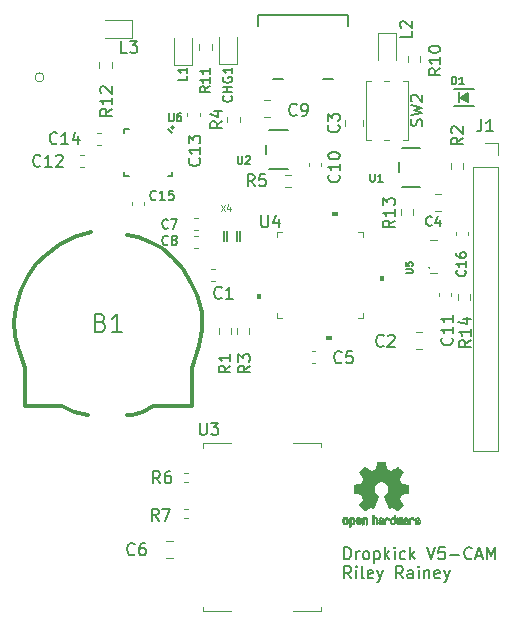
<source format=gbr>
%TF.GenerationSoftware,KiCad,Pcbnew,7.0.5*%
%TF.CreationDate,2023-10-04T06:58:16-05:00*%
%TF.ProjectId,dropkick,64726f70-6b69-4636-9b2e-6b696361645f,rev?*%
%TF.SameCoordinates,Original*%
%TF.FileFunction,Legend,Top*%
%TF.FilePolarity,Positive*%
%FSLAX46Y46*%
G04 Gerber Fmt 4.6, Leading zero omitted, Abs format (unit mm)*
G04 Created by KiCad (PCBNEW 7.0.5) date 2023-10-04 06:58:16*
%MOMM*%
%LPD*%
G01*
G04 APERTURE LIST*
%ADD10C,0.150000*%
%ADD11C,0.100000*%
%ADD12C,0.146304*%
%ADD13C,0.200000*%
%ADD14C,0.120000*%
%ADD15C,0.127000*%
%ADD16C,0.203200*%
%ADD17C,0.010000*%
%ADD18C,0.304800*%
G04 APERTURE END LIST*
D10*
X93681779Y-90581819D02*
X93681779Y-89581819D01*
X93681779Y-89581819D02*
X93919874Y-89581819D01*
X93919874Y-89581819D02*
X94062731Y-89629438D01*
X94062731Y-89629438D02*
X94157969Y-89724676D01*
X94157969Y-89724676D02*
X94205588Y-89819914D01*
X94205588Y-89819914D02*
X94253207Y-90010390D01*
X94253207Y-90010390D02*
X94253207Y-90153247D01*
X94253207Y-90153247D02*
X94205588Y-90343723D01*
X94205588Y-90343723D02*
X94157969Y-90438961D01*
X94157969Y-90438961D02*
X94062731Y-90534200D01*
X94062731Y-90534200D02*
X93919874Y-90581819D01*
X93919874Y-90581819D02*
X93681779Y-90581819D01*
X94681779Y-90581819D02*
X94681779Y-89915152D01*
X94681779Y-90105628D02*
X94729398Y-90010390D01*
X94729398Y-90010390D02*
X94777017Y-89962771D01*
X94777017Y-89962771D02*
X94872255Y-89915152D01*
X94872255Y-89915152D02*
X94967493Y-89915152D01*
X95443684Y-90581819D02*
X95348446Y-90534200D01*
X95348446Y-90534200D02*
X95300827Y-90486580D01*
X95300827Y-90486580D02*
X95253208Y-90391342D01*
X95253208Y-90391342D02*
X95253208Y-90105628D01*
X95253208Y-90105628D02*
X95300827Y-90010390D01*
X95300827Y-90010390D02*
X95348446Y-89962771D01*
X95348446Y-89962771D02*
X95443684Y-89915152D01*
X95443684Y-89915152D02*
X95586541Y-89915152D01*
X95586541Y-89915152D02*
X95681779Y-89962771D01*
X95681779Y-89962771D02*
X95729398Y-90010390D01*
X95729398Y-90010390D02*
X95777017Y-90105628D01*
X95777017Y-90105628D02*
X95777017Y-90391342D01*
X95777017Y-90391342D02*
X95729398Y-90486580D01*
X95729398Y-90486580D02*
X95681779Y-90534200D01*
X95681779Y-90534200D02*
X95586541Y-90581819D01*
X95586541Y-90581819D02*
X95443684Y-90581819D01*
X96205589Y-89915152D02*
X96205589Y-90915152D01*
X96205589Y-89962771D02*
X96300827Y-89915152D01*
X96300827Y-89915152D02*
X96491303Y-89915152D01*
X96491303Y-89915152D02*
X96586541Y-89962771D01*
X96586541Y-89962771D02*
X96634160Y-90010390D01*
X96634160Y-90010390D02*
X96681779Y-90105628D01*
X96681779Y-90105628D02*
X96681779Y-90391342D01*
X96681779Y-90391342D02*
X96634160Y-90486580D01*
X96634160Y-90486580D02*
X96586541Y-90534200D01*
X96586541Y-90534200D02*
X96491303Y-90581819D01*
X96491303Y-90581819D02*
X96300827Y-90581819D01*
X96300827Y-90581819D02*
X96205589Y-90534200D01*
X97110351Y-90581819D02*
X97110351Y-89581819D01*
X97205589Y-90200866D02*
X97491303Y-90581819D01*
X97491303Y-89915152D02*
X97110351Y-90296104D01*
X97919875Y-90581819D02*
X97919875Y-89915152D01*
X97919875Y-89581819D02*
X97872256Y-89629438D01*
X97872256Y-89629438D02*
X97919875Y-89677057D01*
X97919875Y-89677057D02*
X97967494Y-89629438D01*
X97967494Y-89629438D02*
X97919875Y-89581819D01*
X97919875Y-89581819D02*
X97919875Y-89677057D01*
X98824636Y-90534200D02*
X98729398Y-90581819D01*
X98729398Y-90581819D02*
X98538922Y-90581819D01*
X98538922Y-90581819D02*
X98443684Y-90534200D01*
X98443684Y-90534200D02*
X98396065Y-90486580D01*
X98396065Y-90486580D02*
X98348446Y-90391342D01*
X98348446Y-90391342D02*
X98348446Y-90105628D01*
X98348446Y-90105628D02*
X98396065Y-90010390D01*
X98396065Y-90010390D02*
X98443684Y-89962771D01*
X98443684Y-89962771D02*
X98538922Y-89915152D01*
X98538922Y-89915152D02*
X98729398Y-89915152D01*
X98729398Y-89915152D02*
X98824636Y-89962771D01*
X99253208Y-90581819D02*
X99253208Y-89581819D01*
X99348446Y-90200866D02*
X99634160Y-90581819D01*
X99634160Y-89915152D02*
X99253208Y-90296104D01*
X100681780Y-89581819D02*
X101015113Y-90581819D01*
X101015113Y-90581819D02*
X101348446Y-89581819D01*
X102157970Y-89581819D02*
X101681780Y-89581819D01*
X101681780Y-89581819D02*
X101634161Y-90058009D01*
X101634161Y-90058009D02*
X101681780Y-90010390D01*
X101681780Y-90010390D02*
X101777018Y-89962771D01*
X101777018Y-89962771D02*
X102015113Y-89962771D01*
X102015113Y-89962771D02*
X102110351Y-90010390D01*
X102110351Y-90010390D02*
X102157970Y-90058009D01*
X102157970Y-90058009D02*
X102205589Y-90153247D01*
X102205589Y-90153247D02*
X102205589Y-90391342D01*
X102205589Y-90391342D02*
X102157970Y-90486580D01*
X102157970Y-90486580D02*
X102110351Y-90534200D01*
X102110351Y-90534200D02*
X102015113Y-90581819D01*
X102015113Y-90581819D02*
X101777018Y-90581819D01*
X101777018Y-90581819D02*
X101681780Y-90534200D01*
X101681780Y-90534200D02*
X101634161Y-90486580D01*
X102634161Y-90200866D02*
X103396066Y-90200866D01*
X104443684Y-90486580D02*
X104396065Y-90534200D01*
X104396065Y-90534200D02*
X104253208Y-90581819D01*
X104253208Y-90581819D02*
X104157970Y-90581819D01*
X104157970Y-90581819D02*
X104015113Y-90534200D01*
X104015113Y-90534200D02*
X103919875Y-90438961D01*
X103919875Y-90438961D02*
X103872256Y-90343723D01*
X103872256Y-90343723D02*
X103824637Y-90153247D01*
X103824637Y-90153247D02*
X103824637Y-90010390D01*
X103824637Y-90010390D02*
X103872256Y-89819914D01*
X103872256Y-89819914D02*
X103919875Y-89724676D01*
X103919875Y-89724676D02*
X104015113Y-89629438D01*
X104015113Y-89629438D02*
X104157970Y-89581819D01*
X104157970Y-89581819D02*
X104253208Y-89581819D01*
X104253208Y-89581819D02*
X104396065Y-89629438D01*
X104396065Y-89629438D02*
X104443684Y-89677057D01*
X104824637Y-90296104D02*
X105300827Y-90296104D01*
X104729399Y-90581819D02*
X105062732Y-89581819D01*
X105062732Y-89581819D02*
X105396065Y-90581819D01*
X105729399Y-90581819D02*
X105729399Y-89581819D01*
X105729399Y-89581819D02*
X106062732Y-90296104D01*
X106062732Y-90296104D02*
X106396065Y-89581819D01*
X106396065Y-89581819D02*
X106396065Y-90581819D01*
X94253207Y-92191819D02*
X93919874Y-91715628D01*
X93681779Y-92191819D02*
X93681779Y-91191819D01*
X93681779Y-91191819D02*
X94062731Y-91191819D01*
X94062731Y-91191819D02*
X94157969Y-91239438D01*
X94157969Y-91239438D02*
X94205588Y-91287057D01*
X94205588Y-91287057D02*
X94253207Y-91382295D01*
X94253207Y-91382295D02*
X94253207Y-91525152D01*
X94253207Y-91525152D02*
X94205588Y-91620390D01*
X94205588Y-91620390D02*
X94157969Y-91668009D01*
X94157969Y-91668009D02*
X94062731Y-91715628D01*
X94062731Y-91715628D02*
X93681779Y-91715628D01*
X94681779Y-92191819D02*
X94681779Y-91525152D01*
X94681779Y-91191819D02*
X94634160Y-91239438D01*
X94634160Y-91239438D02*
X94681779Y-91287057D01*
X94681779Y-91287057D02*
X94729398Y-91239438D01*
X94729398Y-91239438D02*
X94681779Y-91191819D01*
X94681779Y-91191819D02*
X94681779Y-91287057D01*
X95300826Y-92191819D02*
X95205588Y-92144200D01*
X95205588Y-92144200D02*
X95157969Y-92048961D01*
X95157969Y-92048961D02*
X95157969Y-91191819D01*
X96062731Y-92144200D02*
X95967493Y-92191819D01*
X95967493Y-92191819D02*
X95777017Y-92191819D01*
X95777017Y-92191819D02*
X95681779Y-92144200D01*
X95681779Y-92144200D02*
X95634160Y-92048961D01*
X95634160Y-92048961D02*
X95634160Y-91668009D01*
X95634160Y-91668009D02*
X95681779Y-91572771D01*
X95681779Y-91572771D02*
X95777017Y-91525152D01*
X95777017Y-91525152D02*
X95967493Y-91525152D01*
X95967493Y-91525152D02*
X96062731Y-91572771D01*
X96062731Y-91572771D02*
X96110350Y-91668009D01*
X96110350Y-91668009D02*
X96110350Y-91763247D01*
X96110350Y-91763247D02*
X95634160Y-91858485D01*
X96443684Y-91525152D02*
X96681779Y-92191819D01*
X96919874Y-91525152D02*
X96681779Y-92191819D01*
X96681779Y-92191819D02*
X96586541Y-92429914D01*
X96586541Y-92429914D02*
X96538922Y-92477533D01*
X96538922Y-92477533D02*
X96443684Y-92525152D01*
X98634160Y-92191819D02*
X98300827Y-91715628D01*
X98062732Y-92191819D02*
X98062732Y-91191819D01*
X98062732Y-91191819D02*
X98443684Y-91191819D01*
X98443684Y-91191819D02*
X98538922Y-91239438D01*
X98538922Y-91239438D02*
X98586541Y-91287057D01*
X98586541Y-91287057D02*
X98634160Y-91382295D01*
X98634160Y-91382295D02*
X98634160Y-91525152D01*
X98634160Y-91525152D02*
X98586541Y-91620390D01*
X98586541Y-91620390D02*
X98538922Y-91668009D01*
X98538922Y-91668009D02*
X98443684Y-91715628D01*
X98443684Y-91715628D02*
X98062732Y-91715628D01*
X99491303Y-92191819D02*
X99491303Y-91668009D01*
X99491303Y-91668009D02*
X99443684Y-91572771D01*
X99443684Y-91572771D02*
X99348446Y-91525152D01*
X99348446Y-91525152D02*
X99157970Y-91525152D01*
X99157970Y-91525152D02*
X99062732Y-91572771D01*
X99491303Y-92144200D02*
X99396065Y-92191819D01*
X99396065Y-92191819D02*
X99157970Y-92191819D01*
X99157970Y-92191819D02*
X99062732Y-92144200D01*
X99062732Y-92144200D02*
X99015113Y-92048961D01*
X99015113Y-92048961D02*
X99015113Y-91953723D01*
X99015113Y-91953723D02*
X99062732Y-91858485D01*
X99062732Y-91858485D02*
X99157970Y-91810866D01*
X99157970Y-91810866D02*
X99396065Y-91810866D01*
X99396065Y-91810866D02*
X99491303Y-91763247D01*
X99967494Y-92191819D02*
X99967494Y-91525152D01*
X99967494Y-91191819D02*
X99919875Y-91239438D01*
X99919875Y-91239438D02*
X99967494Y-91287057D01*
X99967494Y-91287057D02*
X100015113Y-91239438D01*
X100015113Y-91239438D02*
X99967494Y-91191819D01*
X99967494Y-91191819D02*
X99967494Y-91287057D01*
X100443684Y-91525152D02*
X100443684Y-92191819D01*
X100443684Y-91620390D02*
X100491303Y-91572771D01*
X100491303Y-91572771D02*
X100586541Y-91525152D01*
X100586541Y-91525152D02*
X100729398Y-91525152D01*
X100729398Y-91525152D02*
X100824636Y-91572771D01*
X100824636Y-91572771D02*
X100872255Y-91668009D01*
X100872255Y-91668009D02*
X100872255Y-92191819D01*
X101729398Y-92144200D02*
X101634160Y-92191819D01*
X101634160Y-92191819D02*
X101443684Y-92191819D01*
X101443684Y-92191819D02*
X101348446Y-92144200D01*
X101348446Y-92144200D02*
X101300827Y-92048961D01*
X101300827Y-92048961D02*
X101300827Y-91668009D01*
X101300827Y-91668009D02*
X101348446Y-91572771D01*
X101348446Y-91572771D02*
X101443684Y-91525152D01*
X101443684Y-91525152D02*
X101634160Y-91525152D01*
X101634160Y-91525152D02*
X101729398Y-91572771D01*
X101729398Y-91572771D02*
X101777017Y-91668009D01*
X101777017Y-91668009D02*
X101777017Y-91763247D01*
X101777017Y-91763247D02*
X101300827Y-91858485D01*
X102110351Y-91525152D02*
X102348446Y-92191819D01*
X102586541Y-91525152D02*
X102348446Y-92191819D01*
X102348446Y-92191819D02*
X102253208Y-92429914D01*
X102253208Y-92429914D02*
X102205589Y-92477533D01*
X102205589Y-92477533D02*
X102110351Y-92525152D01*
%TO.C,C12*%
X67937142Y-57255580D02*
X67889523Y-57303200D01*
X67889523Y-57303200D02*
X67746666Y-57350819D01*
X67746666Y-57350819D02*
X67651428Y-57350819D01*
X67651428Y-57350819D02*
X67508571Y-57303200D01*
X67508571Y-57303200D02*
X67413333Y-57207961D01*
X67413333Y-57207961D02*
X67365714Y-57112723D01*
X67365714Y-57112723D02*
X67318095Y-56922247D01*
X67318095Y-56922247D02*
X67318095Y-56779390D01*
X67318095Y-56779390D02*
X67365714Y-56588914D01*
X67365714Y-56588914D02*
X67413333Y-56493676D01*
X67413333Y-56493676D02*
X67508571Y-56398438D01*
X67508571Y-56398438D02*
X67651428Y-56350819D01*
X67651428Y-56350819D02*
X67746666Y-56350819D01*
X67746666Y-56350819D02*
X67889523Y-56398438D01*
X67889523Y-56398438D02*
X67937142Y-56446057D01*
X68889523Y-57350819D02*
X68318095Y-57350819D01*
X68603809Y-57350819D02*
X68603809Y-56350819D01*
X68603809Y-56350819D02*
X68508571Y-56493676D01*
X68508571Y-56493676D02*
X68413333Y-56588914D01*
X68413333Y-56588914D02*
X68318095Y-56636533D01*
X69270476Y-56446057D02*
X69318095Y-56398438D01*
X69318095Y-56398438D02*
X69413333Y-56350819D01*
X69413333Y-56350819D02*
X69651428Y-56350819D01*
X69651428Y-56350819D02*
X69746666Y-56398438D01*
X69746666Y-56398438D02*
X69794285Y-56446057D01*
X69794285Y-56446057D02*
X69841904Y-56541295D01*
X69841904Y-56541295D02*
X69841904Y-56636533D01*
X69841904Y-56636533D02*
X69794285Y-56779390D01*
X69794285Y-56779390D02*
X69222857Y-57350819D01*
X69222857Y-57350819D02*
X69841904Y-57350819D01*
%TO.C,CHG1*%
X84106104Y-51371380D02*
X84144200Y-51409476D01*
X84144200Y-51409476D02*
X84182295Y-51523761D01*
X84182295Y-51523761D02*
X84182295Y-51599952D01*
X84182295Y-51599952D02*
X84144200Y-51714238D01*
X84144200Y-51714238D02*
X84068009Y-51790428D01*
X84068009Y-51790428D02*
X83991819Y-51828523D01*
X83991819Y-51828523D02*
X83839438Y-51866619D01*
X83839438Y-51866619D02*
X83725152Y-51866619D01*
X83725152Y-51866619D02*
X83572771Y-51828523D01*
X83572771Y-51828523D02*
X83496580Y-51790428D01*
X83496580Y-51790428D02*
X83420390Y-51714238D01*
X83420390Y-51714238D02*
X83382295Y-51599952D01*
X83382295Y-51599952D02*
X83382295Y-51523761D01*
X83382295Y-51523761D02*
X83420390Y-51409476D01*
X83420390Y-51409476D02*
X83458485Y-51371380D01*
X84182295Y-51028523D02*
X83382295Y-51028523D01*
X83763247Y-51028523D02*
X83763247Y-50571380D01*
X84182295Y-50571380D02*
X83382295Y-50571380D01*
X83420390Y-49771381D02*
X83382295Y-49847571D01*
X83382295Y-49847571D02*
X83382295Y-49961857D01*
X83382295Y-49961857D02*
X83420390Y-50076143D01*
X83420390Y-50076143D02*
X83496580Y-50152333D01*
X83496580Y-50152333D02*
X83572771Y-50190428D01*
X83572771Y-50190428D02*
X83725152Y-50228524D01*
X83725152Y-50228524D02*
X83839438Y-50228524D01*
X83839438Y-50228524D02*
X83991819Y-50190428D01*
X83991819Y-50190428D02*
X84068009Y-50152333D01*
X84068009Y-50152333D02*
X84144200Y-50076143D01*
X84144200Y-50076143D02*
X84182295Y-49961857D01*
X84182295Y-49961857D02*
X84182295Y-49885666D01*
X84182295Y-49885666D02*
X84144200Y-49771381D01*
X84144200Y-49771381D02*
X84106104Y-49733285D01*
X84106104Y-49733285D02*
X83839438Y-49733285D01*
X83839438Y-49733285D02*
X83839438Y-49885666D01*
X84182295Y-48971381D02*
X84182295Y-49428524D01*
X84182295Y-49199952D02*
X83382295Y-49199952D01*
X83382295Y-49199952D02*
X83496580Y-49276143D01*
X83496580Y-49276143D02*
X83572771Y-49352333D01*
X83572771Y-49352333D02*
X83610866Y-49428524D01*
%TO.C,R3*%
X85671819Y-74207666D02*
X85195628Y-74540999D01*
X85671819Y-74779094D02*
X84671819Y-74779094D01*
X84671819Y-74779094D02*
X84671819Y-74398142D01*
X84671819Y-74398142D02*
X84719438Y-74302904D01*
X84719438Y-74302904D02*
X84767057Y-74255285D01*
X84767057Y-74255285D02*
X84862295Y-74207666D01*
X84862295Y-74207666D02*
X85005152Y-74207666D01*
X85005152Y-74207666D02*
X85100390Y-74255285D01*
X85100390Y-74255285D02*
X85148009Y-74302904D01*
X85148009Y-74302904D02*
X85195628Y-74398142D01*
X85195628Y-74398142D02*
X85195628Y-74779094D01*
X84671819Y-73874332D02*
X84671819Y-73255285D01*
X84671819Y-73255285D02*
X85052771Y-73588618D01*
X85052771Y-73588618D02*
X85052771Y-73445761D01*
X85052771Y-73445761D02*
X85100390Y-73350523D01*
X85100390Y-73350523D02*
X85148009Y-73302904D01*
X85148009Y-73302904D02*
X85243247Y-73255285D01*
X85243247Y-73255285D02*
X85481342Y-73255285D01*
X85481342Y-73255285D02*
X85576580Y-73302904D01*
X85576580Y-73302904D02*
X85624200Y-73350523D01*
X85624200Y-73350523D02*
X85671819Y-73445761D01*
X85671819Y-73445761D02*
X85671819Y-73731475D01*
X85671819Y-73731475D02*
X85624200Y-73826713D01*
X85624200Y-73826713D02*
X85576580Y-73874332D01*
%TO.C,SW2*%
X100229200Y-53911332D02*
X100276819Y-53768475D01*
X100276819Y-53768475D02*
X100276819Y-53530380D01*
X100276819Y-53530380D02*
X100229200Y-53435142D01*
X100229200Y-53435142D02*
X100181580Y-53387523D01*
X100181580Y-53387523D02*
X100086342Y-53339904D01*
X100086342Y-53339904D02*
X99991104Y-53339904D01*
X99991104Y-53339904D02*
X99895866Y-53387523D01*
X99895866Y-53387523D02*
X99848247Y-53435142D01*
X99848247Y-53435142D02*
X99800628Y-53530380D01*
X99800628Y-53530380D02*
X99753009Y-53720856D01*
X99753009Y-53720856D02*
X99705390Y-53816094D01*
X99705390Y-53816094D02*
X99657771Y-53863713D01*
X99657771Y-53863713D02*
X99562533Y-53911332D01*
X99562533Y-53911332D02*
X99467295Y-53911332D01*
X99467295Y-53911332D02*
X99372057Y-53863713D01*
X99372057Y-53863713D02*
X99324438Y-53816094D01*
X99324438Y-53816094D02*
X99276819Y-53720856D01*
X99276819Y-53720856D02*
X99276819Y-53482761D01*
X99276819Y-53482761D02*
X99324438Y-53339904D01*
X99276819Y-53006570D02*
X100276819Y-52768475D01*
X100276819Y-52768475D02*
X99562533Y-52577999D01*
X99562533Y-52577999D02*
X100276819Y-52387523D01*
X100276819Y-52387523D02*
X99276819Y-52149428D01*
X99372057Y-51816094D02*
X99324438Y-51768475D01*
X99324438Y-51768475D02*
X99276819Y-51673237D01*
X99276819Y-51673237D02*
X99276819Y-51435142D01*
X99276819Y-51435142D02*
X99324438Y-51339904D01*
X99324438Y-51339904D02*
X99372057Y-51292285D01*
X99372057Y-51292285D02*
X99467295Y-51244666D01*
X99467295Y-51244666D02*
X99562533Y-51244666D01*
X99562533Y-51244666D02*
X99705390Y-51292285D01*
X99705390Y-51292285D02*
X100276819Y-51863713D01*
X100276819Y-51863713D02*
X100276819Y-51244666D01*
%TO.C,C2*%
X96988333Y-72495580D02*
X96940714Y-72543200D01*
X96940714Y-72543200D02*
X96797857Y-72590819D01*
X96797857Y-72590819D02*
X96702619Y-72590819D01*
X96702619Y-72590819D02*
X96559762Y-72543200D01*
X96559762Y-72543200D02*
X96464524Y-72447961D01*
X96464524Y-72447961D02*
X96416905Y-72352723D01*
X96416905Y-72352723D02*
X96369286Y-72162247D01*
X96369286Y-72162247D02*
X96369286Y-72019390D01*
X96369286Y-72019390D02*
X96416905Y-71828914D01*
X96416905Y-71828914D02*
X96464524Y-71733676D01*
X96464524Y-71733676D02*
X96559762Y-71638438D01*
X96559762Y-71638438D02*
X96702619Y-71590819D01*
X96702619Y-71590819D02*
X96797857Y-71590819D01*
X96797857Y-71590819D02*
X96940714Y-71638438D01*
X96940714Y-71638438D02*
X96988333Y-71686057D01*
X97369286Y-71686057D02*
X97416905Y-71638438D01*
X97416905Y-71638438D02*
X97512143Y-71590819D01*
X97512143Y-71590819D02*
X97750238Y-71590819D01*
X97750238Y-71590819D02*
X97845476Y-71638438D01*
X97845476Y-71638438D02*
X97893095Y-71686057D01*
X97893095Y-71686057D02*
X97940714Y-71781295D01*
X97940714Y-71781295D02*
X97940714Y-71876533D01*
X97940714Y-71876533D02*
X97893095Y-72019390D01*
X97893095Y-72019390D02*
X97321667Y-72590819D01*
X97321667Y-72590819D02*
X97940714Y-72590819D01*
%TO.C,R7*%
X77938333Y-87322819D02*
X77605000Y-86846628D01*
X77366905Y-87322819D02*
X77366905Y-86322819D01*
X77366905Y-86322819D02*
X77747857Y-86322819D01*
X77747857Y-86322819D02*
X77843095Y-86370438D01*
X77843095Y-86370438D02*
X77890714Y-86418057D01*
X77890714Y-86418057D02*
X77938333Y-86513295D01*
X77938333Y-86513295D02*
X77938333Y-86656152D01*
X77938333Y-86656152D02*
X77890714Y-86751390D01*
X77890714Y-86751390D02*
X77843095Y-86799009D01*
X77843095Y-86799009D02*
X77747857Y-86846628D01*
X77747857Y-86846628D02*
X77366905Y-86846628D01*
X78271667Y-86322819D02*
X78938333Y-86322819D01*
X78938333Y-86322819D02*
X78509762Y-87322819D01*
%TO.C,C7*%
X78733667Y-62516104D02*
X78695571Y-62554200D01*
X78695571Y-62554200D02*
X78581286Y-62592295D01*
X78581286Y-62592295D02*
X78505095Y-62592295D01*
X78505095Y-62592295D02*
X78390809Y-62554200D01*
X78390809Y-62554200D02*
X78314619Y-62478009D01*
X78314619Y-62478009D02*
X78276524Y-62401819D01*
X78276524Y-62401819D02*
X78238428Y-62249438D01*
X78238428Y-62249438D02*
X78238428Y-62135152D01*
X78238428Y-62135152D02*
X78276524Y-61982771D01*
X78276524Y-61982771D02*
X78314619Y-61906580D01*
X78314619Y-61906580D02*
X78390809Y-61830390D01*
X78390809Y-61830390D02*
X78505095Y-61792295D01*
X78505095Y-61792295D02*
X78581286Y-61792295D01*
X78581286Y-61792295D02*
X78695571Y-61830390D01*
X78695571Y-61830390D02*
X78733667Y-61868485D01*
X79000333Y-61792295D02*
X79533667Y-61792295D01*
X79533667Y-61792295D02*
X79190809Y-62592295D01*
%TO.C,J1*%
X105266666Y-53354819D02*
X105266666Y-54069104D01*
X105266666Y-54069104D02*
X105219047Y-54211961D01*
X105219047Y-54211961D02*
X105123809Y-54307200D01*
X105123809Y-54307200D02*
X104980952Y-54354819D01*
X104980952Y-54354819D02*
X104885714Y-54354819D01*
X106266666Y-54354819D02*
X105695238Y-54354819D01*
X105980952Y-54354819D02*
X105980952Y-53354819D01*
X105980952Y-53354819D02*
X105885714Y-53497676D01*
X105885714Y-53497676D02*
X105790476Y-53592914D01*
X105790476Y-53592914D02*
X105695238Y-53640533D01*
%TO.C,R13*%
X97937819Y-61914857D02*
X97461628Y-62248190D01*
X97937819Y-62486285D02*
X96937819Y-62486285D01*
X96937819Y-62486285D02*
X96937819Y-62105333D01*
X96937819Y-62105333D02*
X96985438Y-62010095D01*
X96985438Y-62010095D02*
X97033057Y-61962476D01*
X97033057Y-61962476D02*
X97128295Y-61914857D01*
X97128295Y-61914857D02*
X97271152Y-61914857D01*
X97271152Y-61914857D02*
X97366390Y-61962476D01*
X97366390Y-61962476D02*
X97414009Y-62010095D01*
X97414009Y-62010095D02*
X97461628Y-62105333D01*
X97461628Y-62105333D02*
X97461628Y-62486285D01*
X97937819Y-60962476D02*
X97937819Y-61533904D01*
X97937819Y-61248190D02*
X96937819Y-61248190D01*
X96937819Y-61248190D02*
X97080676Y-61343428D01*
X97080676Y-61343428D02*
X97175914Y-61438666D01*
X97175914Y-61438666D02*
X97223533Y-61533904D01*
X96937819Y-60629142D02*
X96937819Y-60010095D01*
X96937819Y-60010095D02*
X97318771Y-60343428D01*
X97318771Y-60343428D02*
X97318771Y-60200571D01*
X97318771Y-60200571D02*
X97366390Y-60105333D01*
X97366390Y-60105333D02*
X97414009Y-60057714D01*
X97414009Y-60057714D02*
X97509247Y-60010095D01*
X97509247Y-60010095D02*
X97747342Y-60010095D01*
X97747342Y-60010095D02*
X97842580Y-60057714D01*
X97842580Y-60057714D02*
X97890200Y-60105333D01*
X97890200Y-60105333D02*
X97937819Y-60200571D01*
X97937819Y-60200571D02*
X97937819Y-60486285D01*
X97937819Y-60486285D02*
X97890200Y-60581523D01*
X97890200Y-60581523D02*
X97842580Y-60629142D01*
%TO.C,C10*%
X93196580Y-58046857D02*
X93244200Y-58094476D01*
X93244200Y-58094476D02*
X93291819Y-58237333D01*
X93291819Y-58237333D02*
X93291819Y-58332571D01*
X93291819Y-58332571D02*
X93244200Y-58475428D01*
X93244200Y-58475428D02*
X93148961Y-58570666D01*
X93148961Y-58570666D02*
X93053723Y-58618285D01*
X93053723Y-58618285D02*
X92863247Y-58665904D01*
X92863247Y-58665904D02*
X92720390Y-58665904D01*
X92720390Y-58665904D02*
X92529914Y-58618285D01*
X92529914Y-58618285D02*
X92434676Y-58570666D01*
X92434676Y-58570666D02*
X92339438Y-58475428D01*
X92339438Y-58475428D02*
X92291819Y-58332571D01*
X92291819Y-58332571D02*
X92291819Y-58237333D01*
X92291819Y-58237333D02*
X92339438Y-58094476D01*
X92339438Y-58094476D02*
X92387057Y-58046857D01*
X93291819Y-57094476D02*
X93291819Y-57665904D01*
X93291819Y-57380190D02*
X92291819Y-57380190D01*
X92291819Y-57380190D02*
X92434676Y-57475428D01*
X92434676Y-57475428D02*
X92529914Y-57570666D01*
X92529914Y-57570666D02*
X92577533Y-57665904D01*
X92291819Y-56475428D02*
X92291819Y-56380190D01*
X92291819Y-56380190D02*
X92339438Y-56284952D01*
X92339438Y-56284952D02*
X92387057Y-56237333D01*
X92387057Y-56237333D02*
X92482295Y-56189714D01*
X92482295Y-56189714D02*
X92672771Y-56142095D01*
X92672771Y-56142095D02*
X92910866Y-56142095D01*
X92910866Y-56142095D02*
X93101342Y-56189714D01*
X93101342Y-56189714D02*
X93196580Y-56237333D01*
X93196580Y-56237333D02*
X93244200Y-56284952D01*
X93244200Y-56284952D02*
X93291819Y-56380190D01*
X93291819Y-56380190D02*
X93291819Y-56475428D01*
X93291819Y-56475428D02*
X93244200Y-56570666D01*
X93244200Y-56570666D02*
X93196580Y-56618285D01*
X93196580Y-56618285D02*
X93101342Y-56665904D01*
X93101342Y-56665904D02*
X92910866Y-56713523D01*
X92910866Y-56713523D02*
X92672771Y-56713523D01*
X92672771Y-56713523D02*
X92482295Y-56665904D01*
X92482295Y-56665904D02*
X92387057Y-56618285D01*
X92387057Y-56618285D02*
X92339438Y-56570666D01*
X92339438Y-56570666D02*
X92291819Y-56475428D01*
%TO.C,C8*%
X78733667Y-63913104D02*
X78695571Y-63951200D01*
X78695571Y-63951200D02*
X78581286Y-63989295D01*
X78581286Y-63989295D02*
X78505095Y-63989295D01*
X78505095Y-63989295D02*
X78390809Y-63951200D01*
X78390809Y-63951200D02*
X78314619Y-63875009D01*
X78314619Y-63875009D02*
X78276524Y-63798819D01*
X78276524Y-63798819D02*
X78238428Y-63646438D01*
X78238428Y-63646438D02*
X78238428Y-63532152D01*
X78238428Y-63532152D02*
X78276524Y-63379771D01*
X78276524Y-63379771D02*
X78314619Y-63303580D01*
X78314619Y-63303580D02*
X78390809Y-63227390D01*
X78390809Y-63227390D02*
X78505095Y-63189295D01*
X78505095Y-63189295D02*
X78581286Y-63189295D01*
X78581286Y-63189295D02*
X78695571Y-63227390D01*
X78695571Y-63227390D02*
X78733667Y-63265485D01*
X79190809Y-63532152D02*
X79114619Y-63494057D01*
X79114619Y-63494057D02*
X79076524Y-63455961D01*
X79076524Y-63455961D02*
X79038428Y-63379771D01*
X79038428Y-63379771D02*
X79038428Y-63341676D01*
X79038428Y-63341676D02*
X79076524Y-63265485D01*
X79076524Y-63265485D02*
X79114619Y-63227390D01*
X79114619Y-63227390D02*
X79190809Y-63189295D01*
X79190809Y-63189295D02*
X79343190Y-63189295D01*
X79343190Y-63189295D02*
X79419381Y-63227390D01*
X79419381Y-63227390D02*
X79457476Y-63265485D01*
X79457476Y-63265485D02*
X79495571Y-63341676D01*
X79495571Y-63341676D02*
X79495571Y-63379771D01*
X79495571Y-63379771D02*
X79457476Y-63455961D01*
X79457476Y-63455961D02*
X79419381Y-63494057D01*
X79419381Y-63494057D02*
X79343190Y-63532152D01*
X79343190Y-63532152D02*
X79190809Y-63532152D01*
X79190809Y-63532152D02*
X79114619Y-63570247D01*
X79114619Y-63570247D02*
X79076524Y-63608342D01*
X79076524Y-63608342D02*
X79038428Y-63684533D01*
X79038428Y-63684533D02*
X79038428Y-63836914D01*
X79038428Y-63836914D02*
X79076524Y-63913104D01*
X79076524Y-63913104D02*
X79114619Y-63951200D01*
X79114619Y-63951200D02*
X79190809Y-63989295D01*
X79190809Y-63989295D02*
X79343190Y-63989295D01*
X79343190Y-63989295D02*
X79419381Y-63951200D01*
X79419381Y-63951200D02*
X79457476Y-63913104D01*
X79457476Y-63913104D02*
X79495571Y-63836914D01*
X79495571Y-63836914D02*
X79495571Y-63684533D01*
X79495571Y-63684533D02*
X79457476Y-63608342D01*
X79457476Y-63608342D02*
X79419381Y-63570247D01*
X79419381Y-63570247D02*
X79343190Y-63532152D01*
%TO.C,L2*%
X99387819Y-45886666D02*
X99387819Y-46362856D01*
X99387819Y-46362856D02*
X98387819Y-46362856D01*
X98483057Y-45600951D02*
X98435438Y-45553332D01*
X98435438Y-45553332D02*
X98387819Y-45458094D01*
X98387819Y-45458094D02*
X98387819Y-45219999D01*
X98387819Y-45219999D02*
X98435438Y-45124761D01*
X98435438Y-45124761D02*
X98483057Y-45077142D01*
X98483057Y-45077142D02*
X98578295Y-45029523D01*
X98578295Y-45029523D02*
X98673533Y-45029523D01*
X98673533Y-45029523D02*
X98816390Y-45077142D01*
X98816390Y-45077142D02*
X99387819Y-45648570D01*
X99387819Y-45648570D02*
X99387819Y-45029523D01*
%TO.C,R14*%
X104368819Y-72042857D02*
X103892628Y-72376190D01*
X104368819Y-72614285D02*
X103368819Y-72614285D01*
X103368819Y-72614285D02*
X103368819Y-72233333D01*
X103368819Y-72233333D02*
X103416438Y-72138095D01*
X103416438Y-72138095D02*
X103464057Y-72090476D01*
X103464057Y-72090476D02*
X103559295Y-72042857D01*
X103559295Y-72042857D02*
X103702152Y-72042857D01*
X103702152Y-72042857D02*
X103797390Y-72090476D01*
X103797390Y-72090476D02*
X103845009Y-72138095D01*
X103845009Y-72138095D02*
X103892628Y-72233333D01*
X103892628Y-72233333D02*
X103892628Y-72614285D01*
X104368819Y-71090476D02*
X104368819Y-71661904D01*
X104368819Y-71376190D02*
X103368819Y-71376190D01*
X103368819Y-71376190D02*
X103511676Y-71471428D01*
X103511676Y-71471428D02*
X103606914Y-71566666D01*
X103606914Y-71566666D02*
X103654533Y-71661904D01*
X103702152Y-70233333D02*
X104368819Y-70233333D01*
X103321200Y-70471428D02*
X104035485Y-70709523D01*
X104035485Y-70709523D02*
X104035485Y-70090476D01*
%TO.C,R5*%
X86066333Y-59001819D02*
X85733000Y-58525628D01*
X85494905Y-59001819D02*
X85494905Y-58001819D01*
X85494905Y-58001819D02*
X85875857Y-58001819D01*
X85875857Y-58001819D02*
X85971095Y-58049438D01*
X85971095Y-58049438D02*
X86018714Y-58097057D01*
X86018714Y-58097057D02*
X86066333Y-58192295D01*
X86066333Y-58192295D02*
X86066333Y-58335152D01*
X86066333Y-58335152D02*
X86018714Y-58430390D01*
X86018714Y-58430390D02*
X85971095Y-58478009D01*
X85971095Y-58478009D02*
X85875857Y-58525628D01*
X85875857Y-58525628D02*
X85494905Y-58525628D01*
X86971095Y-58001819D02*
X86494905Y-58001819D01*
X86494905Y-58001819D02*
X86447286Y-58478009D01*
X86447286Y-58478009D02*
X86494905Y-58430390D01*
X86494905Y-58430390D02*
X86590143Y-58382771D01*
X86590143Y-58382771D02*
X86828238Y-58382771D01*
X86828238Y-58382771D02*
X86923476Y-58430390D01*
X86923476Y-58430390D02*
X86971095Y-58478009D01*
X86971095Y-58478009D02*
X87018714Y-58573247D01*
X87018714Y-58573247D02*
X87018714Y-58811342D01*
X87018714Y-58811342D02*
X86971095Y-58906580D01*
X86971095Y-58906580D02*
X86923476Y-58954200D01*
X86923476Y-58954200D02*
X86828238Y-59001819D01*
X86828238Y-59001819D02*
X86590143Y-59001819D01*
X86590143Y-59001819D02*
X86494905Y-58954200D01*
X86494905Y-58954200D02*
X86447286Y-58906580D01*
%TO.C,C4*%
X101066667Y-62286104D02*
X101028571Y-62324200D01*
X101028571Y-62324200D02*
X100914286Y-62362295D01*
X100914286Y-62362295D02*
X100838095Y-62362295D01*
X100838095Y-62362295D02*
X100723809Y-62324200D01*
X100723809Y-62324200D02*
X100647619Y-62248009D01*
X100647619Y-62248009D02*
X100609524Y-62171819D01*
X100609524Y-62171819D02*
X100571428Y-62019438D01*
X100571428Y-62019438D02*
X100571428Y-61905152D01*
X100571428Y-61905152D02*
X100609524Y-61752771D01*
X100609524Y-61752771D02*
X100647619Y-61676580D01*
X100647619Y-61676580D02*
X100723809Y-61600390D01*
X100723809Y-61600390D02*
X100838095Y-61562295D01*
X100838095Y-61562295D02*
X100914286Y-61562295D01*
X100914286Y-61562295D02*
X101028571Y-61600390D01*
X101028571Y-61600390D02*
X101066667Y-61638485D01*
X101752381Y-61828961D02*
X101752381Y-62362295D01*
X101561905Y-61524200D02*
X101371428Y-62095628D01*
X101371428Y-62095628D02*
X101866667Y-62095628D01*
%TO.C,U3*%
X81438095Y-79054819D02*
X81438095Y-79864342D01*
X81438095Y-79864342D02*
X81485714Y-79959580D01*
X81485714Y-79959580D02*
X81533333Y-80007200D01*
X81533333Y-80007200D02*
X81628571Y-80054819D01*
X81628571Y-80054819D02*
X81819047Y-80054819D01*
X81819047Y-80054819D02*
X81914285Y-80007200D01*
X81914285Y-80007200D02*
X81961904Y-79959580D01*
X81961904Y-79959580D02*
X82009523Y-79864342D01*
X82009523Y-79864342D02*
X82009523Y-79054819D01*
X82390476Y-79054819D02*
X83009523Y-79054819D01*
X83009523Y-79054819D02*
X82676190Y-79435771D01*
X82676190Y-79435771D02*
X82819047Y-79435771D01*
X82819047Y-79435771D02*
X82914285Y-79483390D01*
X82914285Y-79483390D02*
X82961904Y-79531009D01*
X82961904Y-79531009D02*
X83009523Y-79626247D01*
X83009523Y-79626247D02*
X83009523Y-79864342D01*
X83009523Y-79864342D02*
X82961904Y-79959580D01*
X82961904Y-79959580D02*
X82914285Y-80007200D01*
X82914285Y-80007200D02*
X82819047Y-80054819D01*
X82819047Y-80054819D02*
X82533333Y-80054819D01*
X82533333Y-80054819D02*
X82438095Y-80007200D01*
X82438095Y-80007200D02*
X82390476Y-79959580D01*
%TO.C,R10*%
X101800819Y-49029857D02*
X101324628Y-49363190D01*
X101800819Y-49601285D02*
X100800819Y-49601285D01*
X100800819Y-49601285D02*
X100800819Y-49220333D01*
X100800819Y-49220333D02*
X100848438Y-49125095D01*
X100848438Y-49125095D02*
X100896057Y-49077476D01*
X100896057Y-49077476D02*
X100991295Y-49029857D01*
X100991295Y-49029857D02*
X101134152Y-49029857D01*
X101134152Y-49029857D02*
X101229390Y-49077476D01*
X101229390Y-49077476D02*
X101277009Y-49125095D01*
X101277009Y-49125095D02*
X101324628Y-49220333D01*
X101324628Y-49220333D02*
X101324628Y-49601285D01*
X101800819Y-48077476D02*
X101800819Y-48648904D01*
X101800819Y-48363190D02*
X100800819Y-48363190D01*
X100800819Y-48363190D02*
X100943676Y-48458428D01*
X100943676Y-48458428D02*
X101038914Y-48553666D01*
X101038914Y-48553666D02*
X101086533Y-48648904D01*
X100800819Y-47458428D02*
X100800819Y-47363190D01*
X100800819Y-47363190D02*
X100848438Y-47267952D01*
X100848438Y-47267952D02*
X100896057Y-47220333D01*
X100896057Y-47220333D02*
X100991295Y-47172714D01*
X100991295Y-47172714D02*
X101181771Y-47125095D01*
X101181771Y-47125095D02*
X101419866Y-47125095D01*
X101419866Y-47125095D02*
X101610342Y-47172714D01*
X101610342Y-47172714D02*
X101705580Y-47220333D01*
X101705580Y-47220333D02*
X101753200Y-47267952D01*
X101753200Y-47267952D02*
X101800819Y-47363190D01*
X101800819Y-47363190D02*
X101800819Y-47458428D01*
X101800819Y-47458428D02*
X101753200Y-47553666D01*
X101753200Y-47553666D02*
X101705580Y-47601285D01*
X101705580Y-47601285D02*
X101610342Y-47648904D01*
X101610342Y-47648904D02*
X101419866Y-47696523D01*
X101419866Y-47696523D02*
X101181771Y-47696523D01*
X101181771Y-47696523D02*
X100991295Y-47648904D01*
X100991295Y-47648904D02*
X100896057Y-47601285D01*
X100896057Y-47601285D02*
X100848438Y-47553666D01*
X100848438Y-47553666D02*
X100800819Y-47458428D01*
%TO.C,C5*%
X93432333Y-73892580D02*
X93384714Y-73940200D01*
X93384714Y-73940200D02*
X93241857Y-73987819D01*
X93241857Y-73987819D02*
X93146619Y-73987819D01*
X93146619Y-73987819D02*
X93003762Y-73940200D01*
X93003762Y-73940200D02*
X92908524Y-73844961D01*
X92908524Y-73844961D02*
X92860905Y-73749723D01*
X92860905Y-73749723D02*
X92813286Y-73559247D01*
X92813286Y-73559247D02*
X92813286Y-73416390D01*
X92813286Y-73416390D02*
X92860905Y-73225914D01*
X92860905Y-73225914D02*
X92908524Y-73130676D01*
X92908524Y-73130676D02*
X93003762Y-73035438D01*
X93003762Y-73035438D02*
X93146619Y-72987819D01*
X93146619Y-72987819D02*
X93241857Y-72987819D01*
X93241857Y-72987819D02*
X93384714Y-73035438D01*
X93384714Y-73035438D02*
X93432333Y-73083057D01*
X94337095Y-72987819D02*
X93860905Y-72987819D01*
X93860905Y-72987819D02*
X93813286Y-73464009D01*
X93813286Y-73464009D02*
X93860905Y-73416390D01*
X93860905Y-73416390D02*
X93956143Y-73368771D01*
X93956143Y-73368771D02*
X94194238Y-73368771D01*
X94194238Y-73368771D02*
X94289476Y-73416390D01*
X94289476Y-73416390D02*
X94337095Y-73464009D01*
X94337095Y-73464009D02*
X94384714Y-73559247D01*
X94384714Y-73559247D02*
X94384714Y-73797342D01*
X94384714Y-73797342D02*
X94337095Y-73892580D01*
X94337095Y-73892580D02*
X94289476Y-73940200D01*
X94289476Y-73940200D02*
X94194238Y-73987819D01*
X94194238Y-73987819D02*
X93956143Y-73987819D01*
X93956143Y-73987819D02*
X93860905Y-73940200D01*
X93860905Y-73940200D02*
X93813286Y-73892580D01*
%TO.C,R1*%
X84020819Y-74207666D02*
X83544628Y-74540999D01*
X84020819Y-74779094D02*
X83020819Y-74779094D01*
X83020819Y-74779094D02*
X83020819Y-74398142D01*
X83020819Y-74398142D02*
X83068438Y-74302904D01*
X83068438Y-74302904D02*
X83116057Y-74255285D01*
X83116057Y-74255285D02*
X83211295Y-74207666D01*
X83211295Y-74207666D02*
X83354152Y-74207666D01*
X83354152Y-74207666D02*
X83449390Y-74255285D01*
X83449390Y-74255285D02*
X83497009Y-74302904D01*
X83497009Y-74302904D02*
X83544628Y-74398142D01*
X83544628Y-74398142D02*
X83544628Y-74779094D01*
X84020819Y-73255285D02*
X84020819Y-73826713D01*
X84020819Y-73540999D02*
X83020819Y-73540999D01*
X83020819Y-73540999D02*
X83163676Y-73636237D01*
X83163676Y-73636237D02*
X83258914Y-73731475D01*
X83258914Y-73731475D02*
X83306533Y-73826713D01*
D11*
%TO.C,X4*%
X83239517Y-60579609D02*
X83572850Y-61079609D01*
X83572850Y-60579609D02*
X83239517Y-61079609D01*
X83977612Y-60746276D02*
X83977612Y-61079609D01*
X83858564Y-60555800D02*
X83739517Y-60912942D01*
X83739517Y-60912942D02*
X84049040Y-60912942D01*
D10*
%TO.C,R12*%
X73987819Y-52458857D02*
X73511628Y-52792190D01*
X73987819Y-53030285D02*
X72987819Y-53030285D01*
X72987819Y-53030285D02*
X72987819Y-52649333D01*
X72987819Y-52649333D02*
X73035438Y-52554095D01*
X73035438Y-52554095D02*
X73083057Y-52506476D01*
X73083057Y-52506476D02*
X73178295Y-52458857D01*
X73178295Y-52458857D02*
X73321152Y-52458857D01*
X73321152Y-52458857D02*
X73416390Y-52506476D01*
X73416390Y-52506476D02*
X73464009Y-52554095D01*
X73464009Y-52554095D02*
X73511628Y-52649333D01*
X73511628Y-52649333D02*
X73511628Y-53030285D01*
X73987819Y-51506476D02*
X73987819Y-52077904D01*
X73987819Y-51792190D02*
X72987819Y-51792190D01*
X72987819Y-51792190D02*
X73130676Y-51887428D01*
X73130676Y-51887428D02*
X73225914Y-51982666D01*
X73225914Y-51982666D02*
X73273533Y-52077904D01*
X73083057Y-51125523D02*
X73035438Y-51077904D01*
X73035438Y-51077904D02*
X72987819Y-50982666D01*
X72987819Y-50982666D02*
X72987819Y-50744571D01*
X72987819Y-50744571D02*
X73035438Y-50649333D01*
X73035438Y-50649333D02*
X73083057Y-50601714D01*
X73083057Y-50601714D02*
X73178295Y-50554095D01*
X73178295Y-50554095D02*
X73273533Y-50554095D01*
X73273533Y-50554095D02*
X73416390Y-50601714D01*
X73416390Y-50601714D02*
X73987819Y-51173142D01*
X73987819Y-51173142D02*
X73987819Y-50554095D01*
D12*
%TO.C,U1*%
X95861041Y-57964329D02*
X95861041Y-58503874D01*
X95861041Y-58503874D02*
X95892779Y-58567350D01*
X95892779Y-58567350D02*
X95924517Y-58599088D01*
X95924517Y-58599088D02*
X95987993Y-58630825D01*
X95987993Y-58630825D02*
X96114944Y-58630825D01*
X96114944Y-58630825D02*
X96178420Y-58599088D01*
X96178420Y-58599088D02*
X96210158Y-58567350D01*
X96210158Y-58567350D02*
X96241896Y-58503874D01*
X96241896Y-58503874D02*
X96241896Y-57964329D01*
X96908392Y-58630825D02*
X96527537Y-58630825D01*
X96717965Y-58630825D02*
X96717965Y-57964329D01*
X96717965Y-57964329D02*
X96654489Y-58059543D01*
X96654489Y-58059543D02*
X96591013Y-58123019D01*
X96591013Y-58123019D02*
X96527537Y-58154757D01*
D10*
%TO.C,C3*%
X93167580Y-53821666D02*
X93215200Y-53869285D01*
X93215200Y-53869285D02*
X93262819Y-54012142D01*
X93262819Y-54012142D02*
X93262819Y-54107380D01*
X93262819Y-54107380D02*
X93215200Y-54250237D01*
X93215200Y-54250237D02*
X93119961Y-54345475D01*
X93119961Y-54345475D02*
X93024723Y-54393094D01*
X93024723Y-54393094D02*
X92834247Y-54440713D01*
X92834247Y-54440713D02*
X92691390Y-54440713D01*
X92691390Y-54440713D02*
X92500914Y-54393094D01*
X92500914Y-54393094D02*
X92405676Y-54345475D01*
X92405676Y-54345475D02*
X92310438Y-54250237D01*
X92310438Y-54250237D02*
X92262819Y-54107380D01*
X92262819Y-54107380D02*
X92262819Y-54012142D01*
X92262819Y-54012142D02*
X92310438Y-53869285D01*
X92310438Y-53869285D02*
X92358057Y-53821666D01*
X92262819Y-53488332D02*
X92262819Y-52869285D01*
X92262819Y-52869285D02*
X92643771Y-53202618D01*
X92643771Y-53202618D02*
X92643771Y-53059761D01*
X92643771Y-53059761D02*
X92691390Y-52964523D01*
X92691390Y-52964523D02*
X92739009Y-52916904D01*
X92739009Y-52916904D02*
X92834247Y-52869285D01*
X92834247Y-52869285D02*
X93072342Y-52869285D01*
X93072342Y-52869285D02*
X93167580Y-52916904D01*
X93167580Y-52916904D02*
X93215200Y-52964523D01*
X93215200Y-52964523D02*
X93262819Y-53059761D01*
X93262819Y-53059761D02*
X93262819Y-53345475D01*
X93262819Y-53345475D02*
X93215200Y-53440713D01*
X93215200Y-53440713D02*
X93167580Y-53488332D01*
%TO.C,C13*%
X81385580Y-56649857D02*
X81433200Y-56697476D01*
X81433200Y-56697476D02*
X81480819Y-56840333D01*
X81480819Y-56840333D02*
X81480819Y-56935571D01*
X81480819Y-56935571D02*
X81433200Y-57078428D01*
X81433200Y-57078428D02*
X81337961Y-57173666D01*
X81337961Y-57173666D02*
X81242723Y-57221285D01*
X81242723Y-57221285D02*
X81052247Y-57268904D01*
X81052247Y-57268904D02*
X80909390Y-57268904D01*
X80909390Y-57268904D02*
X80718914Y-57221285D01*
X80718914Y-57221285D02*
X80623676Y-57173666D01*
X80623676Y-57173666D02*
X80528438Y-57078428D01*
X80528438Y-57078428D02*
X80480819Y-56935571D01*
X80480819Y-56935571D02*
X80480819Y-56840333D01*
X80480819Y-56840333D02*
X80528438Y-56697476D01*
X80528438Y-56697476D02*
X80576057Y-56649857D01*
X81480819Y-55697476D02*
X81480819Y-56268904D01*
X81480819Y-55983190D02*
X80480819Y-55983190D01*
X80480819Y-55983190D02*
X80623676Y-56078428D01*
X80623676Y-56078428D02*
X80718914Y-56173666D01*
X80718914Y-56173666D02*
X80766533Y-56268904D01*
X80480819Y-55364142D02*
X80480819Y-54745095D01*
X80480819Y-54745095D02*
X80861771Y-55078428D01*
X80861771Y-55078428D02*
X80861771Y-54935571D01*
X80861771Y-54935571D02*
X80909390Y-54840333D01*
X80909390Y-54840333D02*
X80957009Y-54792714D01*
X80957009Y-54792714D02*
X81052247Y-54745095D01*
X81052247Y-54745095D02*
X81290342Y-54745095D01*
X81290342Y-54745095D02*
X81385580Y-54792714D01*
X81385580Y-54792714D02*
X81433200Y-54840333D01*
X81433200Y-54840333D02*
X81480819Y-54935571D01*
X81480819Y-54935571D02*
X81480819Y-55221285D01*
X81480819Y-55221285D02*
X81433200Y-55316523D01*
X81433200Y-55316523D02*
X81385580Y-55364142D01*
%TO.C,C9*%
X89622333Y-52937580D02*
X89574714Y-52985200D01*
X89574714Y-52985200D02*
X89431857Y-53032819D01*
X89431857Y-53032819D02*
X89336619Y-53032819D01*
X89336619Y-53032819D02*
X89193762Y-52985200D01*
X89193762Y-52985200D02*
X89098524Y-52889961D01*
X89098524Y-52889961D02*
X89050905Y-52794723D01*
X89050905Y-52794723D02*
X89003286Y-52604247D01*
X89003286Y-52604247D02*
X89003286Y-52461390D01*
X89003286Y-52461390D02*
X89050905Y-52270914D01*
X89050905Y-52270914D02*
X89098524Y-52175676D01*
X89098524Y-52175676D02*
X89193762Y-52080438D01*
X89193762Y-52080438D02*
X89336619Y-52032819D01*
X89336619Y-52032819D02*
X89431857Y-52032819D01*
X89431857Y-52032819D02*
X89574714Y-52080438D01*
X89574714Y-52080438D02*
X89622333Y-52128057D01*
X90098524Y-53032819D02*
X90289000Y-53032819D01*
X90289000Y-53032819D02*
X90384238Y-52985200D01*
X90384238Y-52985200D02*
X90431857Y-52937580D01*
X90431857Y-52937580D02*
X90527095Y-52794723D01*
X90527095Y-52794723D02*
X90574714Y-52604247D01*
X90574714Y-52604247D02*
X90574714Y-52223295D01*
X90574714Y-52223295D02*
X90527095Y-52128057D01*
X90527095Y-52128057D02*
X90479476Y-52080438D01*
X90479476Y-52080438D02*
X90384238Y-52032819D01*
X90384238Y-52032819D02*
X90193762Y-52032819D01*
X90193762Y-52032819D02*
X90098524Y-52080438D01*
X90098524Y-52080438D02*
X90050905Y-52128057D01*
X90050905Y-52128057D02*
X90003286Y-52223295D01*
X90003286Y-52223295D02*
X90003286Y-52461390D01*
X90003286Y-52461390D02*
X90050905Y-52556628D01*
X90050905Y-52556628D02*
X90098524Y-52604247D01*
X90098524Y-52604247D02*
X90193762Y-52651866D01*
X90193762Y-52651866D02*
X90384238Y-52651866D01*
X90384238Y-52651866D02*
X90479476Y-52604247D01*
X90479476Y-52604247D02*
X90527095Y-52556628D01*
X90527095Y-52556628D02*
X90574714Y-52461390D01*
%TO.C,L3*%
X75271333Y-47698819D02*
X74795143Y-47698819D01*
X74795143Y-47698819D02*
X74795143Y-46698819D01*
X75509429Y-46698819D02*
X76128476Y-46698819D01*
X76128476Y-46698819D02*
X75795143Y-47079771D01*
X75795143Y-47079771D02*
X75938000Y-47079771D01*
X75938000Y-47079771D02*
X76033238Y-47127390D01*
X76033238Y-47127390D02*
X76080857Y-47175009D01*
X76080857Y-47175009D02*
X76128476Y-47270247D01*
X76128476Y-47270247D02*
X76128476Y-47508342D01*
X76128476Y-47508342D02*
X76080857Y-47603580D01*
X76080857Y-47603580D02*
X76033238Y-47651200D01*
X76033238Y-47651200D02*
X75938000Y-47698819D01*
X75938000Y-47698819D02*
X75652286Y-47698819D01*
X75652286Y-47698819D02*
X75557048Y-47651200D01*
X75557048Y-47651200D02*
X75509429Y-47603580D01*
%TO.C,C15*%
X77717714Y-60103104D02*
X77679618Y-60141200D01*
X77679618Y-60141200D02*
X77565333Y-60179295D01*
X77565333Y-60179295D02*
X77489142Y-60179295D01*
X77489142Y-60179295D02*
X77374856Y-60141200D01*
X77374856Y-60141200D02*
X77298666Y-60065009D01*
X77298666Y-60065009D02*
X77260571Y-59988819D01*
X77260571Y-59988819D02*
X77222475Y-59836438D01*
X77222475Y-59836438D02*
X77222475Y-59722152D01*
X77222475Y-59722152D02*
X77260571Y-59569771D01*
X77260571Y-59569771D02*
X77298666Y-59493580D01*
X77298666Y-59493580D02*
X77374856Y-59417390D01*
X77374856Y-59417390D02*
X77489142Y-59379295D01*
X77489142Y-59379295D02*
X77565333Y-59379295D01*
X77565333Y-59379295D02*
X77679618Y-59417390D01*
X77679618Y-59417390D02*
X77717714Y-59455485D01*
X78479618Y-60179295D02*
X78022475Y-60179295D01*
X78251047Y-60179295D02*
X78251047Y-59379295D01*
X78251047Y-59379295D02*
X78174856Y-59493580D01*
X78174856Y-59493580D02*
X78098666Y-59569771D01*
X78098666Y-59569771D02*
X78022475Y-59607866D01*
X79203428Y-59379295D02*
X78822476Y-59379295D01*
X78822476Y-59379295D02*
X78784380Y-59760247D01*
X78784380Y-59760247D02*
X78822476Y-59722152D01*
X78822476Y-59722152D02*
X78898666Y-59684057D01*
X78898666Y-59684057D02*
X79089142Y-59684057D01*
X79089142Y-59684057D02*
X79165333Y-59722152D01*
X79165333Y-59722152D02*
X79203428Y-59760247D01*
X79203428Y-59760247D02*
X79241523Y-59836438D01*
X79241523Y-59836438D02*
X79241523Y-60026914D01*
X79241523Y-60026914D02*
X79203428Y-60103104D01*
X79203428Y-60103104D02*
X79165333Y-60141200D01*
X79165333Y-60141200D02*
X79089142Y-60179295D01*
X79089142Y-60179295D02*
X78898666Y-60179295D01*
X78898666Y-60179295D02*
X78822476Y-60141200D01*
X78822476Y-60141200D02*
X78784380Y-60103104D01*
%TO.C,R4*%
X83324819Y-53516666D02*
X82848628Y-53849999D01*
X83324819Y-54088094D02*
X82324819Y-54088094D01*
X82324819Y-54088094D02*
X82324819Y-53707142D01*
X82324819Y-53707142D02*
X82372438Y-53611904D01*
X82372438Y-53611904D02*
X82420057Y-53564285D01*
X82420057Y-53564285D02*
X82515295Y-53516666D01*
X82515295Y-53516666D02*
X82658152Y-53516666D01*
X82658152Y-53516666D02*
X82753390Y-53564285D01*
X82753390Y-53564285D02*
X82801009Y-53611904D01*
X82801009Y-53611904D02*
X82848628Y-53707142D01*
X82848628Y-53707142D02*
X82848628Y-54088094D01*
X82658152Y-52659523D02*
X83324819Y-52659523D01*
X82277200Y-52897618D02*
X82991485Y-53135713D01*
X82991485Y-53135713D02*
X82991485Y-52516666D01*
%TO.C,C1*%
X83272333Y-68431580D02*
X83224714Y-68479200D01*
X83224714Y-68479200D02*
X83081857Y-68526819D01*
X83081857Y-68526819D02*
X82986619Y-68526819D01*
X82986619Y-68526819D02*
X82843762Y-68479200D01*
X82843762Y-68479200D02*
X82748524Y-68383961D01*
X82748524Y-68383961D02*
X82700905Y-68288723D01*
X82700905Y-68288723D02*
X82653286Y-68098247D01*
X82653286Y-68098247D02*
X82653286Y-67955390D01*
X82653286Y-67955390D02*
X82700905Y-67764914D01*
X82700905Y-67764914D02*
X82748524Y-67669676D01*
X82748524Y-67669676D02*
X82843762Y-67574438D01*
X82843762Y-67574438D02*
X82986619Y-67526819D01*
X82986619Y-67526819D02*
X83081857Y-67526819D01*
X83081857Y-67526819D02*
X83224714Y-67574438D01*
X83224714Y-67574438D02*
X83272333Y-67622057D01*
X84224714Y-68526819D02*
X83653286Y-68526819D01*
X83939000Y-68526819D02*
X83939000Y-67526819D01*
X83939000Y-67526819D02*
X83843762Y-67669676D01*
X83843762Y-67669676D02*
X83748524Y-67764914D01*
X83748524Y-67764914D02*
X83653286Y-67812533D01*
%TO.C,C16*%
X103886104Y-66114285D02*
X103924200Y-66152381D01*
X103924200Y-66152381D02*
X103962295Y-66266666D01*
X103962295Y-66266666D02*
X103962295Y-66342857D01*
X103962295Y-66342857D02*
X103924200Y-66457143D01*
X103924200Y-66457143D02*
X103848009Y-66533333D01*
X103848009Y-66533333D02*
X103771819Y-66571428D01*
X103771819Y-66571428D02*
X103619438Y-66609524D01*
X103619438Y-66609524D02*
X103505152Y-66609524D01*
X103505152Y-66609524D02*
X103352771Y-66571428D01*
X103352771Y-66571428D02*
X103276580Y-66533333D01*
X103276580Y-66533333D02*
X103200390Y-66457143D01*
X103200390Y-66457143D02*
X103162295Y-66342857D01*
X103162295Y-66342857D02*
X103162295Y-66266666D01*
X103162295Y-66266666D02*
X103200390Y-66152381D01*
X103200390Y-66152381D02*
X103238485Y-66114285D01*
X103962295Y-65352381D02*
X103962295Y-65809524D01*
X103962295Y-65580952D02*
X103162295Y-65580952D01*
X103162295Y-65580952D02*
X103276580Y-65657143D01*
X103276580Y-65657143D02*
X103352771Y-65733333D01*
X103352771Y-65733333D02*
X103390866Y-65809524D01*
X103162295Y-64666666D02*
X103162295Y-64819047D01*
X103162295Y-64819047D02*
X103200390Y-64895238D01*
X103200390Y-64895238D02*
X103238485Y-64933333D01*
X103238485Y-64933333D02*
X103352771Y-65009523D01*
X103352771Y-65009523D02*
X103505152Y-65047619D01*
X103505152Y-65047619D02*
X103809914Y-65047619D01*
X103809914Y-65047619D02*
X103886104Y-65009523D01*
X103886104Y-65009523D02*
X103924200Y-64971428D01*
X103924200Y-64971428D02*
X103962295Y-64895238D01*
X103962295Y-64895238D02*
X103962295Y-64742857D01*
X103962295Y-64742857D02*
X103924200Y-64666666D01*
X103924200Y-64666666D02*
X103886104Y-64628571D01*
X103886104Y-64628571D02*
X103809914Y-64590476D01*
X103809914Y-64590476D02*
X103619438Y-64590476D01*
X103619438Y-64590476D02*
X103543247Y-64628571D01*
X103543247Y-64628571D02*
X103505152Y-64666666D01*
X103505152Y-64666666D02*
X103467057Y-64742857D01*
X103467057Y-64742857D02*
X103467057Y-64895238D01*
X103467057Y-64895238D02*
X103505152Y-64971428D01*
X103505152Y-64971428D02*
X103543247Y-65009523D01*
X103543247Y-65009523D02*
X103619438Y-65047619D01*
D12*
%TO.C,D1*%
X102784941Y-50394825D02*
X102784941Y-49728329D01*
X102784941Y-49728329D02*
X102943631Y-49728329D01*
X102943631Y-49728329D02*
X103038844Y-49760067D01*
X103038844Y-49760067D02*
X103102320Y-49823543D01*
X103102320Y-49823543D02*
X103134058Y-49887019D01*
X103134058Y-49887019D02*
X103165796Y-50013971D01*
X103165796Y-50013971D02*
X103165796Y-50109184D01*
X103165796Y-50109184D02*
X103134058Y-50236136D01*
X103134058Y-50236136D02*
X103102320Y-50299612D01*
X103102320Y-50299612D02*
X103038844Y-50363088D01*
X103038844Y-50363088D02*
X102943631Y-50394825D01*
X102943631Y-50394825D02*
X102784941Y-50394825D01*
X103800554Y-50394825D02*
X103419699Y-50394825D01*
X103610127Y-50394825D02*
X103610127Y-49728329D01*
X103610127Y-49728329D02*
X103546651Y-49823543D01*
X103546651Y-49823543D02*
X103483175Y-49887019D01*
X103483175Y-49887019D02*
X103419699Y-49918757D01*
D10*
%TO.C,R11*%
X82277295Y-50552285D02*
X81896342Y-50818952D01*
X82277295Y-51009428D02*
X81477295Y-51009428D01*
X81477295Y-51009428D02*
X81477295Y-50704666D01*
X81477295Y-50704666D02*
X81515390Y-50628476D01*
X81515390Y-50628476D02*
X81553485Y-50590381D01*
X81553485Y-50590381D02*
X81629676Y-50552285D01*
X81629676Y-50552285D02*
X81743961Y-50552285D01*
X81743961Y-50552285D02*
X81820152Y-50590381D01*
X81820152Y-50590381D02*
X81858247Y-50628476D01*
X81858247Y-50628476D02*
X81896342Y-50704666D01*
X81896342Y-50704666D02*
X81896342Y-51009428D01*
X82277295Y-49790381D02*
X82277295Y-50247524D01*
X82277295Y-50018952D02*
X81477295Y-50018952D01*
X81477295Y-50018952D02*
X81591580Y-50095143D01*
X81591580Y-50095143D02*
X81667771Y-50171333D01*
X81667771Y-50171333D02*
X81705866Y-50247524D01*
X82277295Y-49028476D02*
X82277295Y-49485619D01*
X82277295Y-49257047D02*
X81477295Y-49257047D01*
X81477295Y-49257047D02*
X81591580Y-49333238D01*
X81591580Y-49333238D02*
X81667771Y-49409428D01*
X81667771Y-49409428D02*
X81705866Y-49485619D01*
%TO.C,C6*%
X75906333Y-90148580D02*
X75858714Y-90196200D01*
X75858714Y-90196200D02*
X75715857Y-90243819D01*
X75715857Y-90243819D02*
X75620619Y-90243819D01*
X75620619Y-90243819D02*
X75477762Y-90196200D01*
X75477762Y-90196200D02*
X75382524Y-90100961D01*
X75382524Y-90100961D02*
X75334905Y-90005723D01*
X75334905Y-90005723D02*
X75287286Y-89815247D01*
X75287286Y-89815247D02*
X75287286Y-89672390D01*
X75287286Y-89672390D02*
X75334905Y-89481914D01*
X75334905Y-89481914D02*
X75382524Y-89386676D01*
X75382524Y-89386676D02*
X75477762Y-89291438D01*
X75477762Y-89291438D02*
X75620619Y-89243819D01*
X75620619Y-89243819D02*
X75715857Y-89243819D01*
X75715857Y-89243819D02*
X75858714Y-89291438D01*
X75858714Y-89291438D02*
X75906333Y-89339057D01*
X76763476Y-89243819D02*
X76573000Y-89243819D01*
X76573000Y-89243819D02*
X76477762Y-89291438D01*
X76477762Y-89291438D02*
X76430143Y-89339057D01*
X76430143Y-89339057D02*
X76334905Y-89481914D01*
X76334905Y-89481914D02*
X76287286Y-89672390D01*
X76287286Y-89672390D02*
X76287286Y-90053342D01*
X76287286Y-90053342D02*
X76334905Y-90148580D01*
X76334905Y-90148580D02*
X76382524Y-90196200D01*
X76382524Y-90196200D02*
X76477762Y-90243819D01*
X76477762Y-90243819D02*
X76668238Y-90243819D01*
X76668238Y-90243819D02*
X76763476Y-90196200D01*
X76763476Y-90196200D02*
X76811095Y-90148580D01*
X76811095Y-90148580D02*
X76858714Y-90053342D01*
X76858714Y-90053342D02*
X76858714Y-89815247D01*
X76858714Y-89815247D02*
X76811095Y-89720009D01*
X76811095Y-89720009D02*
X76763476Y-89672390D01*
X76763476Y-89672390D02*
X76668238Y-89624771D01*
X76668238Y-89624771D02*
X76477762Y-89624771D01*
X76477762Y-89624771D02*
X76382524Y-89672390D01*
X76382524Y-89672390D02*
X76334905Y-89720009D01*
X76334905Y-89720009D02*
X76287286Y-89815247D01*
D13*
%TO.C,B1*%
X73050720Y-70524314D02*
X73265006Y-70595742D01*
X73265006Y-70595742D02*
X73336435Y-70667171D01*
X73336435Y-70667171D02*
X73407863Y-70810028D01*
X73407863Y-70810028D02*
X73407863Y-71024314D01*
X73407863Y-71024314D02*
X73336435Y-71167171D01*
X73336435Y-71167171D02*
X73265006Y-71238600D01*
X73265006Y-71238600D02*
X73122149Y-71310028D01*
X73122149Y-71310028D02*
X72550720Y-71310028D01*
X72550720Y-71310028D02*
X72550720Y-69810028D01*
X72550720Y-69810028D02*
X73050720Y-69810028D01*
X73050720Y-69810028D02*
X73193578Y-69881457D01*
X73193578Y-69881457D02*
X73265006Y-69952885D01*
X73265006Y-69952885D02*
X73336435Y-70095742D01*
X73336435Y-70095742D02*
X73336435Y-70238600D01*
X73336435Y-70238600D02*
X73265006Y-70381457D01*
X73265006Y-70381457D02*
X73193578Y-70452885D01*
X73193578Y-70452885D02*
X73050720Y-70524314D01*
X73050720Y-70524314D02*
X72550720Y-70524314D01*
X74836435Y-71310028D02*
X73979292Y-71310028D01*
X74407863Y-71310028D02*
X74407863Y-69810028D01*
X74407863Y-69810028D02*
X74265006Y-70024314D01*
X74265006Y-70024314D02*
X74122149Y-70167171D01*
X74122149Y-70167171D02*
X73979292Y-70238600D01*
D12*
%TO.C,U6*%
X78829445Y-52844329D02*
X78829445Y-53383874D01*
X78829445Y-53383874D02*
X78861183Y-53447350D01*
X78861183Y-53447350D02*
X78892921Y-53479088D01*
X78892921Y-53479088D02*
X78956397Y-53510825D01*
X78956397Y-53510825D02*
X79083348Y-53510825D01*
X79083348Y-53510825D02*
X79146824Y-53479088D01*
X79146824Y-53479088D02*
X79178562Y-53447350D01*
X79178562Y-53447350D02*
X79210300Y-53383874D01*
X79210300Y-53383874D02*
X79210300Y-52844329D01*
X79813320Y-52844329D02*
X79686369Y-52844329D01*
X79686369Y-52844329D02*
X79622893Y-52876067D01*
X79622893Y-52876067D02*
X79591155Y-52907805D01*
X79591155Y-52907805D02*
X79527679Y-53003019D01*
X79527679Y-53003019D02*
X79495941Y-53129971D01*
X79495941Y-53129971D02*
X79495941Y-53383874D01*
X79495941Y-53383874D02*
X79527679Y-53447350D01*
X79527679Y-53447350D02*
X79559417Y-53479088D01*
X79559417Y-53479088D02*
X79622893Y-53510825D01*
X79622893Y-53510825D02*
X79749844Y-53510825D01*
X79749844Y-53510825D02*
X79813320Y-53479088D01*
X79813320Y-53479088D02*
X79845058Y-53447350D01*
X79845058Y-53447350D02*
X79876796Y-53383874D01*
X79876796Y-53383874D02*
X79876796Y-53225184D01*
X79876796Y-53225184D02*
X79845058Y-53161708D01*
X79845058Y-53161708D02*
X79813320Y-53129971D01*
X79813320Y-53129971D02*
X79749844Y-53098233D01*
X79749844Y-53098233D02*
X79622893Y-53098233D01*
X79622893Y-53098233D02*
X79559417Y-53129971D01*
X79559417Y-53129971D02*
X79527679Y-53161708D01*
X79527679Y-53161708D02*
X79495941Y-53225184D01*
D10*
%TO.C,C14*%
X69334142Y-55350580D02*
X69286523Y-55398200D01*
X69286523Y-55398200D02*
X69143666Y-55445819D01*
X69143666Y-55445819D02*
X69048428Y-55445819D01*
X69048428Y-55445819D02*
X68905571Y-55398200D01*
X68905571Y-55398200D02*
X68810333Y-55302961D01*
X68810333Y-55302961D02*
X68762714Y-55207723D01*
X68762714Y-55207723D02*
X68715095Y-55017247D01*
X68715095Y-55017247D02*
X68715095Y-54874390D01*
X68715095Y-54874390D02*
X68762714Y-54683914D01*
X68762714Y-54683914D02*
X68810333Y-54588676D01*
X68810333Y-54588676D02*
X68905571Y-54493438D01*
X68905571Y-54493438D02*
X69048428Y-54445819D01*
X69048428Y-54445819D02*
X69143666Y-54445819D01*
X69143666Y-54445819D02*
X69286523Y-54493438D01*
X69286523Y-54493438D02*
X69334142Y-54541057D01*
X70286523Y-55445819D02*
X69715095Y-55445819D01*
X70000809Y-55445819D02*
X70000809Y-54445819D01*
X70000809Y-54445819D02*
X69905571Y-54588676D01*
X69905571Y-54588676D02*
X69810333Y-54683914D01*
X69810333Y-54683914D02*
X69715095Y-54731533D01*
X71143666Y-54779152D02*
X71143666Y-55445819D01*
X70905571Y-54398200D02*
X70667476Y-55112485D01*
X70667476Y-55112485D02*
X71286523Y-55112485D01*
%TO.C,U4*%
X86642395Y-61468819D02*
X86642395Y-62278342D01*
X86642395Y-62278342D02*
X86690014Y-62373580D01*
X86690014Y-62373580D02*
X86737633Y-62421200D01*
X86737633Y-62421200D02*
X86832871Y-62468819D01*
X86832871Y-62468819D02*
X87023347Y-62468819D01*
X87023347Y-62468819D02*
X87118585Y-62421200D01*
X87118585Y-62421200D02*
X87166204Y-62373580D01*
X87166204Y-62373580D02*
X87213823Y-62278342D01*
X87213823Y-62278342D02*
X87213823Y-61468819D01*
X88118585Y-61802152D02*
X88118585Y-62468819D01*
X87880490Y-61421200D02*
X87642395Y-62135485D01*
X87642395Y-62135485D02*
X88261442Y-62135485D01*
%TO.C,L1*%
X80372295Y-49663333D02*
X80372295Y-50044285D01*
X80372295Y-50044285D02*
X79572295Y-50044285D01*
X80372295Y-48977619D02*
X80372295Y-49434762D01*
X80372295Y-49206190D02*
X79572295Y-49206190D01*
X79572295Y-49206190D02*
X79686580Y-49282381D01*
X79686580Y-49282381D02*
X79762771Y-49358571D01*
X79762771Y-49358571D02*
X79800866Y-49434762D01*
%TO.C,R2*%
X103705819Y-54903666D02*
X103229628Y-55236999D01*
X103705819Y-55475094D02*
X102705819Y-55475094D01*
X102705819Y-55475094D02*
X102705819Y-55094142D01*
X102705819Y-55094142D02*
X102753438Y-54998904D01*
X102753438Y-54998904D02*
X102801057Y-54951285D01*
X102801057Y-54951285D02*
X102896295Y-54903666D01*
X102896295Y-54903666D02*
X103039152Y-54903666D01*
X103039152Y-54903666D02*
X103134390Y-54951285D01*
X103134390Y-54951285D02*
X103182009Y-54998904D01*
X103182009Y-54998904D02*
X103229628Y-55094142D01*
X103229628Y-55094142D02*
X103229628Y-55475094D01*
X102801057Y-54522713D02*
X102753438Y-54475094D01*
X102753438Y-54475094D02*
X102705819Y-54379856D01*
X102705819Y-54379856D02*
X102705819Y-54141761D01*
X102705819Y-54141761D02*
X102753438Y-54046523D01*
X102753438Y-54046523D02*
X102801057Y-53998904D01*
X102801057Y-53998904D02*
X102896295Y-53951285D01*
X102896295Y-53951285D02*
X102991533Y-53951285D01*
X102991533Y-53951285D02*
X103134390Y-53998904D01*
X103134390Y-53998904D02*
X103705819Y-54570332D01*
X103705819Y-54570332D02*
X103705819Y-53951285D01*
%TO.C,R6*%
X78065333Y-84147819D02*
X77732000Y-83671628D01*
X77493905Y-84147819D02*
X77493905Y-83147819D01*
X77493905Y-83147819D02*
X77874857Y-83147819D01*
X77874857Y-83147819D02*
X77970095Y-83195438D01*
X77970095Y-83195438D02*
X78017714Y-83243057D01*
X78017714Y-83243057D02*
X78065333Y-83338295D01*
X78065333Y-83338295D02*
X78065333Y-83481152D01*
X78065333Y-83481152D02*
X78017714Y-83576390D01*
X78017714Y-83576390D02*
X77970095Y-83624009D01*
X77970095Y-83624009D02*
X77874857Y-83671628D01*
X77874857Y-83671628D02*
X77493905Y-83671628D01*
X78922476Y-83147819D02*
X78732000Y-83147819D01*
X78732000Y-83147819D02*
X78636762Y-83195438D01*
X78636762Y-83195438D02*
X78589143Y-83243057D01*
X78589143Y-83243057D02*
X78493905Y-83385914D01*
X78493905Y-83385914D02*
X78446286Y-83576390D01*
X78446286Y-83576390D02*
X78446286Y-83957342D01*
X78446286Y-83957342D02*
X78493905Y-84052580D01*
X78493905Y-84052580D02*
X78541524Y-84100200D01*
X78541524Y-84100200D02*
X78636762Y-84147819D01*
X78636762Y-84147819D02*
X78827238Y-84147819D01*
X78827238Y-84147819D02*
X78922476Y-84100200D01*
X78922476Y-84100200D02*
X78970095Y-84052580D01*
X78970095Y-84052580D02*
X79017714Y-83957342D01*
X79017714Y-83957342D02*
X79017714Y-83719247D01*
X79017714Y-83719247D02*
X78970095Y-83624009D01*
X78970095Y-83624009D02*
X78922476Y-83576390D01*
X78922476Y-83576390D02*
X78827238Y-83528771D01*
X78827238Y-83528771D02*
X78636762Y-83528771D01*
X78636762Y-83528771D02*
X78541524Y-83576390D01*
X78541524Y-83576390D02*
X78493905Y-83624009D01*
X78493905Y-83624009D02*
X78446286Y-83719247D01*
D12*
%TO.C,U2*%
X84654941Y-56444329D02*
X84654941Y-56983874D01*
X84654941Y-56983874D02*
X84686679Y-57047350D01*
X84686679Y-57047350D02*
X84718417Y-57079088D01*
X84718417Y-57079088D02*
X84781893Y-57110825D01*
X84781893Y-57110825D02*
X84908844Y-57110825D01*
X84908844Y-57110825D02*
X84972320Y-57079088D01*
X84972320Y-57079088D02*
X85004058Y-57047350D01*
X85004058Y-57047350D02*
X85035796Y-56983874D01*
X85035796Y-56983874D02*
X85035796Y-56444329D01*
X85321437Y-56507805D02*
X85353175Y-56476067D01*
X85353175Y-56476067D02*
X85416651Y-56444329D01*
X85416651Y-56444329D02*
X85575340Y-56444329D01*
X85575340Y-56444329D02*
X85638816Y-56476067D01*
X85638816Y-56476067D02*
X85670554Y-56507805D01*
X85670554Y-56507805D02*
X85702292Y-56571281D01*
X85702292Y-56571281D02*
X85702292Y-56634757D01*
X85702292Y-56634757D02*
X85670554Y-56729971D01*
X85670554Y-56729971D02*
X85289699Y-57110825D01*
X85289699Y-57110825D02*
X85702292Y-57110825D01*
D10*
%TO.C,U5*%
X98856771Y-66370142D02*
X99342485Y-66370142D01*
X99342485Y-66370142D02*
X99399628Y-66341571D01*
X99399628Y-66341571D02*
X99428200Y-66313000D01*
X99428200Y-66313000D02*
X99456771Y-66255857D01*
X99456771Y-66255857D02*
X99456771Y-66141571D01*
X99456771Y-66141571D02*
X99428200Y-66084428D01*
X99428200Y-66084428D02*
X99399628Y-66055857D01*
X99399628Y-66055857D02*
X99342485Y-66027285D01*
X99342485Y-66027285D02*
X98856771Y-66027285D01*
X98856771Y-65455857D02*
X98856771Y-65741571D01*
X98856771Y-65741571D02*
X99142485Y-65770143D01*
X99142485Y-65770143D02*
X99113914Y-65741571D01*
X99113914Y-65741571D02*
X99085342Y-65684429D01*
X99085342Y-65684429D02*
X99085342Y-65541571D01*
X99085342Y-65541571D02*
X99113914Y-65484429D01*
X99113914Y-65484429D02*
X99142485Y-65455857D01*
X99142485Y-65455857D02*
X99199628Y-65427286D01*
X99199628Y-65427286D02*
X99342485Y-65427286D01*
X99342485Y-65427286D02*
X99399628Y-65455857D01*
X99399628Y-65455857D02*
X99428200Y-65484429D01*
X99428200Y-65484429D02*
X99456771Y-65541571D01*
X99456771Y-65541571D02*
X99456771Y-65684429D01*
X99456771Y-65684429D02*
X99428200Y-65741571D01*
X99428200Y-65741571D02*
X99399628Y-65770143D01*
%TO.C,C11*%
X102759580Y-71842857D02*
X102807200Y-71890476D01*
X102807200Y-71890476D02*
X102854819Y-72033333D01*
X102854819Y-72033333D02*
X102854819Y-72128571D01*
X102854819Y-72128571D02*
X102807200Y-72271428D01*
X102807200Y-72271428D02*
X102711961Y-72366666D01*
X102711961Y-72366666D02*
X102616723Y-72414285D01*
X102616723Y-72414285D02*
X102426247Y-72461904D01*
X102426247Y-72461904D02*
X102283390Y-72461904D01*
X102283390Y-72461904D02*
X102092914Y-72414285D01*
X102092914Y-72414285D02*
X101997676Y-72366666D01*
X101997676Y-72366666D02*
X101902438Y-72271428D01*
X101902438Y-72271428D02*
X101854819Y-72128571D01*
X101854819Y-72128571D02*
X101854819Y-72033333D01*
X101854819Y-72033333D02*
X101902438Y-71890476D01*
X101902438Y-71890476D02*
X101950057Y-71842857D01*
X102854819Y-70890476D02*
X102854819Y-71461904D01*
X102854819Y-71176190D02*
X101854819Y-71176190D01*
X101854819Y-71176190D02*
X101997676Y-71271428D01*
X101997676Y-71271428D02*
X102092914Y-71366666D01*
X102092914Y-71366666D02*
X102140533Y-71461904D01*
X102854819Y-69938095D02*
X102854819Y-70509523D01*
X102854819Y-70223809D02*
X101854819Y-70223809D01*
X101854819Y-70223809D02*
X101997676Y-70319047D01*
X101997676Y-70319047D02*
X102092914Y-70414285D01*
X102092914Y-70414285D02*
X102140533Y-70509523D01*
D14*
%TO.C,C12*%
X71593580Y-57360000D02*
X71312420Y-57360000D01*
X71593580Y-56340000D02*
X71312420Y-56340000D01*
%TO.C,CHG1*%
X83085000Y-48695000D02*
X84555000Y-48695000D01*
X84555000Y-48695000D02*
X84555000Y-46410000D01*
X83085000Y-46410000D02*
X83085000Y-48695000D01*
%TO.C,R3*%
X85632800Y-71046742D02*
X85632800Y-71521258D01*
X84587800Y-71046742D02*
X84587800Y-71521258D01*
%TO.C,SW2*%
X95504000Y-55054500D02*
X95895259Y-55054500D01*
X97068739Y-55054500D02*
X97495261Y-55054500D01*
X98668741Y-55054500D02*
X99060000Y-55054500D01*
X99060000Y-55054500D02*
X99060000Y-50101500D01*
X95504000Y-50101500D02*
X95504000Y-55054500D01*
X95895259Y-50101500D02*
X95504000Y-50101500D01*
X97495261Y-50101500D02*
X97068739Y-50101500D01*
X99060000Y-50101500D02*
X98668741Y-50101500D01*
%TO.C,C2*%
X99738748Y-71315000D02*
X100261252Y-71315000D01*
X99738748Y-72785000D02*
X100261252Y-72785000D01*
%TO.C,R7*%
X80110359Y-86361000D02*
X80417641Y-86361000D01*
X80110359Y-87121000D02*
X80417641Y-87121000D01*
%TO.C,C7*%
X81246880Y-62708000D02*
X80965720Y-62708000D01*
X81246880Y-61688000D02*
X80965720Y-61688000D01*
%TO.C,J1*%
X104540000Y-57400000D02*
X104540000Y-81460000D01*
X104540000Y-57400000D02*
X106660000Y-57400000D01*
X104540000Y-81460000D02*
X106660000Y-81460000D01*
X105600000Y-55340000D02*
X106660000Y-55340000D01*
X106660000Y-55340000D02*
X106660000Y-56400000D01*
X106660000Y-57400000D02*
X106660000Y-81460000D01*
%TO.C,R13*%
X99522500Y-60962742D02*
X99522500Y-61437258D01*
X98477500Y-60962742D02*
X98477500Y-61437258D01*
%TO.C,C10*%
X90676000Y-57290580D02*
X90676000Y-57009420D01*
X91696000Y-57290580D02*
X91696000Y-57009420D01*
%TO.C,C8*%
X81246880Y-64232000D02*
X80965720Y-64232000D01*
X81246880Y-63212000D02*
X80965720Y-63212000D01*
%TO.C,L2*%
X98017000Y-46013000D02*
X96547000Y-46013000D01*
X96547000Y-46013000D02*
X96547000Y-48298000D01*
X98017000Y-48298000D02*
X98017000Y-46013000D01*
%TO.C,R14*%
X103277500Y-68637258D02*
X103277500Y-68162742D01*
X104322500Y-68637258D02*
X104322500Y-68162742D01*
%TO.C,R5*%
X88662742Y-58024500D02*
X89137258Y-58024500D01*
X88662742Y-59069500D02*
X89137258Y-59069500D01*
%TO.C,C4*%
X101338748Y-59665000D02*
X101861252Y-59665000D01*
X101338748Y-61135000D02*
X101861252Y-61135000D01*
%TO.C,U3*%
X91729200Y-95002500D02*
X91729200Y-94600000D01*
X91729200Y-81100000D02*
X91729200Y-80779117D01*
X91729200Y-80779117D02*
X89361469Y-80779117D01*
X89361469Y-95002500D02*
X91729200Y-95002500D01*
X84038531Y-80779117D02*
X81670800Y-80779117D01*
X81670800Y-95002500D02*
X84038531Y-95002500D01*
X81670800Y-94650000D02*
X81670800Y-95002500D01*
X81670800Y-80779117D02*
X81670800Y-81200000D01*
%TO.C,R10*%
X99045500Y-48497258D02*
X99045500Y-48022742D01*
X100090500Y-48497258D02*
X100090500Y-48022742D01*
%TO.C,C5*%
X90909420Y-72940000D02*
X91190580Y-72940000D01*
X90909420Y-73960000D02*
X91190580Y-73960000D01*
%TO.C,R1*%
X83063800Y-71521258D02*
X83063800Y-71046742D01*
X84108800Y-71521258D02*
X84108800Y-71046742D01*
D15*
%TO.C,X4*%
X83464300Y-63614000D02*
X83464300Y-62814000D01*
X83754300Y-63614000D02*
X83754300Y-62814000D01*
X84554300Y-62814000D02*
X84554300Y-63614000D01*
X84854300Y-62814000D02*
X84854300Y-63614000D01*
D14*
%TO.C,R12*%
X72927500Y-48987258D02*
X72927500Y-48512742D01*
X73972500Y-48987258D02*
X73972500Y-48512742D01*
D16*
%TO.C,U1*%
X98514000Y-59050000D02*
X100114000Y-59050000D01*
X98264000Y-57800000D02*
X98264000Y-57000000D01*
X98514000Y-55750000D02*
X100114000Y-55750000D01*
%TO.C,REF1*%
D17*
X99426600Y-87048752D02*
X99443948Y-87056334D01*
X99485356Y-87089128D01*
X99520765Y-87136547D01*
X99542664Y-87187151D01*
X99546229Y-87212098D01*
X99534279Y-87246927D01*
X99508067Y-87265357D01*
X99479964Y-87276516D01*
X99467095Y-87278572D01*
X99460829Y-87263649D01*
X99448456Y-87231175D01*
X99443028Y-87216502D01*
X99412590Y-87165744D01*
X99368520Y-87140427D01*
X99312010Y-87141206D01*
X99307825Y-87142203D01*
X99277655Y-87156507D01*
X99255476Y-87184393D01*
X99240327Y-87229287D01*
X99231250Y-87294615D01*
X99227286Y-87383804D01*
X99226914Y-87431261D01*
X99226730Y-87506071D01*
X99225522Y-87557069D01*
X99222309Y-87589471D01*
X99216109Y-87608495D01*
X99205940Y-87619356D01*
X99190819Y-87627272D01*
X99189946Y-87627670D01*
X99160828Y-87639981D01*
X99146403Y-87644514D01*
X99144186Y-87630809D01*
X99142289Y-87592925D01*
X99140847Y-87535715D01*
X99139998Y-87464027D01*
X99139829Y-87411565D01*
X99140692Y-87310047D01*
X99144070Y-87233032D01*
X99151142Y-87176023D01*
X99163088Y-87134526D01*
X99181090Y-87104043D01*
X99206327Y-87080080D01*
X99231247Y-87063355D01*
X99291171Y-87041097D01*
X99360911Y-87036076D01*
X99426600Y-87048752D01*
G36*
X99426600Y-87048752D02*
G01*
X99443948Y-87056334D01*
X99485356Y-87089128D01*
X99520765Y-87136547D01*
X99542664Y-87187151D01*
X99546229Y-87212098D01*
X99534279Y-87246927D01*
X99508067Y-87265357D01*
X99479964Y-87276516D01*
X99467095Y-87278572D01*
X99460829Y-87263649D01*
X99448456Y-87231175D01*
X99443028Y-87216502D01*
X99412590Y-87165744D01*
X99368520Y-87140427D01*
X99312010Y-87141206D01*
X99307825Y-87142203D01*
X99277655Y-87156507D01*
X99255476Y-87184393D01*
X99240327Y-87229287D01*
X99231250Y-87294615D01*
X99227286Y-87383804D01*
X99226914Y-87431261D01*
X99226730Y-87506071D01*
X99225522Y-87557069D01*
X99222309Y-87589471D01*
X99216109Y-87608495D01*
X99205940Y-87619356D01*
X99190819Y-87627272D01*
X99189946Y-87627670D01*
X99160828Y-87639981D01*
X99146403Y-87644514D01*
X99144186Y-87630809D01*
X99142289Y-87592925D01*
X99140847Y-87535715D01*
X99139998Y-87464027D01*
X99139829Y-87411565D01*
X99140692Y-87310047D01*
X99144070Y-87233032D01*
X99151142Y-87176023D01*
X99163088Y-87134526D01*
X99181090Y-87104043D01*
X99206327Y-87080080D01*
X99231247Y-87063355D01*
X99291171Y-87041097D01*
X99360911Y-87036076D01*
X99426600Y-87048752D01*
G37*
X95490093Y-87017780D02*
X95536672Y-87044723D01*
X95569057Y-87071466D01*
X95592742Y-87099484D01*
X95609059Y-87133748D01*
X95619339Y-87179227D01*
X95624914Y-87240892D01*
X95627116Y-87323711D01*
X95627371Y-87383246D01*
X95627371Y-87602391D01*
X95565686Y-87630044D01*
X95504000Y-87657697D01*
X95496743Y-87417670D01*
X95493744Y-87328028D01*
X95490598Y-87262962D01*
X95486701Y-87218026D01*
X95481447Y-87188770D01*
X95474231Y-87170748D01*
X95464450Y-87159511D01*
X95461312Y-87157079D01*
X95413761Y-87138083D01*
X95365697Y-87145600D01*
X95337086Y-87165543D01*
X95325447Y-87179675D01*
X95317391Y-87198220D01*
X95312271Y-87226334D01*
X95309441Y-87269173D01*
X95308256Y-87331895D01*
X95308057Y-87397261D01*
X95308018Y-87479268D01*
X95306614Y-87537316D01*
X95301914Y-87576465D01*
X95291987Y-87601780D01*
X95274903Y-87618323D01*
X95248732Y-87631156D01*
X95213775Y-87644491D01*
X95175596Y-87659007D01*
X95180141Y-87401389D01*
X95181971Y-87308519D01*
X95184112Y-87239889D01*
X95187181Y-87190711D01*
X95191794Y-87156198D01*
X95198568Y-87131562D01*
X95208119Y-87112016D01*
X95219634Y-87094770D01*
X95275190Y-87039680D01*
X95342980Y-87007822D01*
X95416713Y-87000191D01*
X95490093Y-87017780D01*
G36*
X95490093Y-87017780D02*
G01*
X95536672Y-87044723D01*
X95569057Y-87071466D01*
X95592742Y-87099484D01*
X95609059Y-87133748D01*
X95619339Y-87179227D01*
X95624914Y-87240892D01*
X95627116Y-87323711D01*
X95627371Y-87383246D01*
X95627371Y-87602391D01*
X95565686Y-87630044D01*
X95504000Y-87657697D01*
X95496743Y-87417670D01*
X95493744Y-87328028D01*
X95490598Y-87262962D01*
X95486701Y-87218026D01*
X95481447Y-87188770D01*
X95474231Y-87170748D01*
X95464450Y-87159511D01*
X95461312Y-87157079D01*
X95413761Y-87138083D01*
X95365697Y-87145600D01*
X95337086Y-87165543D01*
X95325447Y-87179675D01*
X95317391Y-87198220D01*
X95312271Y-87226334D01*
X95309441Y-87269173D01*
X95308256Y-87331895D01*
X95308057Y-87397261D01*
X95308018Y-87479268D01*
X95306614Y-87537316D01*
X95301914Y-87576465D01*
X95291987Y-87601780D01*
X95274903Y-87618323D01*
X95248732Y-87631156D01*
X95213775Y-87644491D01*
X95175596Y-87659007D01*
X95180141Y-87401389D01*
X95181971Y-87308519D01*
X95184112Y-87239889D01*
X95187181Y-87190711D01*
X95191794Y-87156198D01*
X95198568Y-87131562D01*
X95208119Y-87112016D01*
X95219634Y-87094770D01*
X95275190Y-87039680D01*
X95342980Y-87007822D01*
X95416713Y-87000191D01*
X95490093Y-87017780D01*
G37*
X97303926Y-87039755D02*
X97369858Y-87064084D01*
X97423273Y-87107117D01*
X97444164Y-87137409D01*
X97466939Y-87192994D01*
X97466466Y-87233186D01*
X97442562Y-87260217D01*
X97433717Y-87264813D01*
X97395530Y-87279144D01*
X97376028Y-87275472D01*
X97369422Y-87251407D01*
X97369086Y-87238114D01*
X97356992Y-87189210D01*
X97325471Y-87154999D01*
X97281659Y-87138476D01*
X97232695Y-87142634D01*
X97192894Y-87164227D01*
X97179450Y-87176544D01*
X97169921Y-87191487D01*
X97163485Y-87214075D01*
X97159317Y-87249328D01*
X97156597Y-87302266D01*
X97154502Y-87377907D01*
X97153960Y-87401857D01*
X97151981Y-87483790D01*
X97149731Y-87541455D01*
X97146357Y-87579608D01*
X97141006Y-87603004D01*
X97132824Y-87616398D01*
X97120959Y-87624545D01*
X97113362Y-87628144D01*
X97081102Y-87640452D01*
X97062111Y-87644514D01*
X97055836Y-87630948D01*
X97052006Y-87589934D01*
X97050600Y-87520999D01*
X97051598Y-87423669D01*
X97051908Y-87408657D01*
X97054101Y-87319859D01*
X97056693Y-87255019D01*
X97060382Y-87209067D01*
X97065864Y-87176935D01*
X97073835Y-87153553D01*
X97084993Y-87133852D01*
X97090830Y-87125410D01*
X97124296Y-87088057D01*
X97161727Y-87059003D01*
X97166309Y-87056467D01*
X97233426Y-87036443D01*
X97303926Y-87039755D01*
G36*
X97303926Y-87039755D02*
G01*
X97369858Y-87064084D01*
X97423273Y-87107117D01*
X97444164Y-87137409D01*
X97466939Y-87192994D01*
X97466466Y-87233186D01*
X97442562Y-87260217D01*
X97433717Y-87264813D01*
X97395530Y-87279144D01*
X97376028Y-87275472D01*
X97369422Y-87251407D01*
X97369086Y-87238114D01*
X97356992Y-87189210D01*
X97325471Y-87154999D01*
X97281659Y-87138476D01*
X97232695Y-87142634D01*
X97192894Y-87164227D01*
X97179450Y-87176544D01*
X97169921Y-87191487D01*
X97163485Y-87214075D01*
X97159317Y-87249328D01*
X97156597Y-87302266D01*
X97154502Y-87377907D01*
X97153960Y-87401857D01*
X97151981Y-87483790D01*
X97149731Y-87541455D01*
X97146357Y-87579608D01*
X97141006Y-87603004D01*
X97132824Y-87616398D01*
X97120959Y-87624545D01*
X97113362Y-87628144D01*
X97081102Y-87640452D01*
X97062111Y-87644514D01*
X97055836Y-87630948D01*
X97052006Y-87589934D01*
X97050600Y-87520999D01*
X97051598Y-87423669D01*
X97051908Y-87408657D01*
X97054101Y-87319859D01*
X97056693Y-87255019D01*
X97060382Y-87209067D01*
X97065864Y-87176935D01*
X97073835Y-87153553D01*
X97084993Y-87133852D01*
X97090830Y-87125410D01*
X97124296Y-87088057D01*
X97161727Y-87059003D01*
X97166309Y-87056467D01*
X97233426Y-87036443D01*
X97303926Y-87039755D01*
G37*
X96149886Y-86941289D02*
X96154139Y-87000613D01*
X96159025Y-87035572D01*
X96165795Y-87050820D01*
X96175702Y-87051015D01*
X96178914Y-87049195D01*
X96221644Y-87036015D01*
X96277227Y-87036785D01*
X96333737Y-87050333D01*
X96369082Y-87067861D01*
X96405321Y-87095861D01*
X96431813Y-87127549D01*
X96449999Y-87167813D01*
X96461322Y-87221543D01*
X96467222Y-87293626D01*
X96469143Y-87388951D01*
X96469177Y-87407237D01*
X96469200Y-87612646D01*
X96423491Y-87628580D01*
X96391027Y-87639420D01*
X96373215Y-87644468D01*
X96372691Y-87644514D01*
X96370937Y-87630828D01*
X96369444Y-87593076D01*
X96368326Y-87536224D01*
X96367697Y-87465234D01*
X96367600Y-87422073D01*
X96367398Y-87336973D01*
X96366358Y-87275981D01*
X96363831Y-87234177D01*
X96359164Y-87206642D01*
X96351707Y-87188456D01*
X96340811Y-87174698D01*
X96334007Y-87168073D01*
X96287272Y-87141375D01*
X96236272Y-87139375D01*
X96190001Y-87161955D01*
X96181444Y-87170107D01*
X96168893Y-87185436D01*
X96160188Y-87203618D01*
X96154631Y-87229909D01*
X96151526Y-87269562D01*
X96150176Y-87327832D01*
X96149886Y-87408173D01*
X96149886Y-87612646D01*
X96104177Y-87628580D01*
X96071713Y-87639420D01*
X96053901Y-87644468D01*
X96053377Y-87644514D01*
X96052037Y-87630623D01*
X96050828Y-87591439D01*
X96049801Y-87530700D01*
X96049002Y-87452141D01*
X96048481Y-87359498D01*
X96048286Y-87256509D01*
X96048286Y-86859342D01*
X96095457Y-86839444D01*
X96142629Y-86819547D01*
X96149886Y-86941289D01*
G36*
X96149886Y-86941289D02*
G01*
X96154139Y-87000613D01*
X96159025Y-87035572D01*
X96165795Y-87050820D01*
X96175702Y-87051015D01*
X96178914Y-87049195D01*
X96221644Y-87036015D01*
X96277227Y-87036785D01*
X96333737Y-87050333D01*
X96369082Y-87067861D01*
X96405321Y-87095861D01*
X96431813Y-87127549D01*
X96449999Y-87167813D01*
X96461322Y-87221543D01*
X96467222Y-87293626D01*
X96469143Y-87388951D01*
X96469177Y-87407237D01*
X96469200Y-87612646D01*
X96423491Y-87628580D01*
X96391027Y-87639420D01*
X96373215Y-87644468D01*
X96372691Y-87644514D01*
X96370937Y-87630828D01*
X96369444Y-87593076D01*
X96368326Y-87536224D01*
X96367697Y-87465234D01*
X96367600Y-87422073D01*
X96367398Y-87336973D01*
X96366358Y-87275981D01*
X96363831Y-87234177D01*
X96359164Y-87206642D01*
X96351707Y-87188456D01*
X96340811Y-87174698D01*
X96334007Y-87168073D01*
X96287272Y-87141375D01*
X96236272Y-87139375D01*
X96190001Y-87161955D01*
X96181444Y-87170107D01*
X96168893Y-87185436D01*
X96160188Y-87203618D01*
X96154631Y-87229909D01*
X96151526Y-87269562D01*
X96150176Y-87327832D01*
X96149886Y-87408173D01*
X96149886Y-87612646D01*
X96104177Y-87628580D01*
X96071713Y-87639420D01*
X96053901Y-87644468D01*
X96053377Y-87644514D01*
X96052037Y-87630623D01*
X96050828Y-87591439D01*
X96049801Y-87530700D01*
X96049002Y-87452141D01*
X96048481Y-87359498D01*
X96048286Y-87256509D01*
X96048286Y-86859342D01*
X96095457Y-86839444D01*
X96142629Y-86819547D01*
X96149886Y-86941289D01*
G37*
X98553833Y-87048663D02*
X98556048Y-87086850D01*
X98557784Y-87144886D01*
X98558899Y-87218180D01*
X98559257Y-87295055D01*
X98559257Y-87555196D01*
X98513326Y-87601127D01*
X98481675Y-87629429D01*
X98453890Y-87640893D01*
X98415915Y-87640168D01*
X98400840Y-87638321D01*
X98353726Y-87632948D01*
X98314756Y-87629869D01*
X98305257Y-87629585D01*
X98273233Y-87631445D01*
X98227432Y-87636114D01*
X98209674Y-87638321D01*
X98166057Y-87641735D01*
X98136745Y-87634320D01*
X98107680Y-87611427D01*
X98097188Y-87601127D01*
X98051257Y-87555196D01*
X98051257Y-87068602D01*
X98088226Y-87051758D01*
X98120059Y-87039282D01*
X98138683Y-87034914D01*
X98143458Y-87048718D01*
X98147921Y-87087286D01*
X98151775Y-87146356D01*
X98154722Y-87221663D01*
X98156143Y-87285286D01*
X98160114Y-87535657D01*
X98194759Y-87540556D01*
X98226268Y-87537131D01*
X98241708Y-87526041D01*
X98246023Y-87505308D01*
X98249708Y-87461145D01*
X98252469Y-87399146D01*
X98254012Y-87324909D01*
X98254235Y-87286706D01*
X98254457Y-87066783D01*
X98300166Y-87050849D01*
X98332518Y-87040015D01*
X98350115Y-87034962D01*
X98350623Y-87034914D01*
X98352388Y-87048648D01*
X98354329Y-87086730D01*
X98356282Y-87144482D01*
X98358084Y-87217227D01*
X98359343Y-87285286D01*
X98363314Y-87535657D01*
X98450400Y-87535657D01*
X98454396Y-87307240D01*
X98458392Y-87078822D01*
X98500847Y-87056868D01*
X98532192Y-87041793D01*
X98550744Y-87034951D01*
X98551279Y-87034914D01*
X98553833Y-87048663D01*
G36*
X98553833Y-87048663D02*
G01*
X98556048Y-87086850D01*
X98557784Y-87144886D01*
X98558899Y-87218180D01*
X98559257Y-87295055D01*
X98559257Y-87555196D01*
X98513326Y-87601127D01*
X98481675Y-87629429D01*
X98453890Y-87640893D01*
X98415915Y-87640168D01*
X98400840Y-87638321D01*
X98353726Y-87632948D01*
X98314756Y-87629869D01*
X98305257Y-87629585D01*
X98273233Y-87631445D01*
X98227432Y-87636114D01*
X98209674Y-87638321D01*
X98166057Y-87641735D01*
X98136745Y-87634320D01*
X98107680Y-87611427D01*
X98097188Y-87601127D01*
X98051257Y-87555196D01*
X98051257Y-87068602D01*
X98088226Y-87051758D01*
X98120059Y-87039282D01*
X98138683Y-87034914D01*
X98143458Y-87048718D01*
X98147921Y-87087286D01*
X98151775Y-87146356D01*
X98154722Y-87221663D01*
X98156143Y-87285286D01*
X98160114Y-87535657D01*
X98194759Y-87540556D01*
X98226268Y-87537131D01*
X98241708Y-87526041D01*
X98246023Y-87505308D01*
X98249708Y-87461145D01*
X98252469Y-87399146D01*
X98254012Y-87324909D01*
X98254235Y-87286706D01*
X98254457Y-87066783D01*
X98300166Y-87050849D01*
X98332518Y-87040015D01*
X98350115Y-87034962D01*
X98350623Y-87034914D01*
X98352388Y-87048648D01*
X98354329Y-87086730D01*
X98356282Y-87144482D01*
X98358084Y-87217227D01*
X98359343Y-87285286D01*
X98363314Y-87535657D01*
X98450400Y-87535657D01*
X98454396Y-87307240D01*
X98458392Y-87078822D01*
X98500847Y-87056868D01*
X98532192Y-87041793D01*
X98550744Y-87034951D01*
X98551279Y-87034914D01*
X98553833Y-87048663D01*
G37*
X93815115Y-87011962D02*
X93883145Y-87047733D01*
X93933351Y-87105301D01*
X93951185Y-87142312D01*
X93965063Y-87197882D01*
X93972167Y-87268096D01*
X93972840Y-87344727D01*
X93967427Y-87419552D01*
X93956270Y-87484342D01*
X93939714Y-87530873D01*
X93934626Y-87538887D01*
X93874355Y-87598707D01*
X93802769Y-87634535D01*
X93725092Y-87645020D01*
X93646548Y-87628810D01*
X93624689Y-87619092D01*
X93582122Y-87589143D01*
X93544763Y-87549433D01*
X93541232Y-87544397D01*
X93526881Y-87520124D01*
X93517394Y-87494178D01*
X93511790Y-87460022D01*
X93509086Y-87411119D01*
X93508299Y-87340935D01*
X93508286Y-87325200D01*
X93508322Y-87320192D01*
X93653429Y-87320192D01*
X93654273Y-87386430D01*
X93657596Y-87430386D01*
X93664583Y-87458779D01*
X93676416Y-87478325D01*
X93682457Y-87484857D01*
X93717186Y-87509680D01*
X93750903Y-87508548D01*
X93784995Y-87487016D01*
X93805329Y-87464029D01*
X93817371Y-87430478D01*
X93824134Y-87377569D01*
X93824598Y-87371399D01*
X93825752Y-87275513D01*
X93813688Y-87204299D01*
X93788570Y-87158194D01*
X93750560Y-87137635D01*
X93736992Y-87136514D01*
X93701364Y-87142152D01*
X93676994Y-87161686D01*
X93662093Y-87199042D01*
X93654875Y-87258150D01*
X93653429Y-87320192D01*
X93508322Y-87320192D01*
X93508826Y-87250413D01*
X93511096Y-87198159D01*
X93516068Y-87161949D01*
X93524713Y-87135299D01*
X93538005Y-87111722D01*
X93540943Y-87107338D01*
X93590313Y-87048249D01*
X93644109Y-87013947D01*
X93709602Y-87000331D01*
X93731842Y-86999665D01*
X93815115Y-87011962D01*
G36*
X93815115Y-87011962D02*
G01*
X93883145Y-87047733D01*
X93933351Y-87105301D01*
X93951185Y-87142312D01*
X93965063Y-87197882D01*
X93972167Y-87268096D01*
X93972840Y-87344727D01*
X93967427Y-87419552D01*
X93956270Y-87484342D01*
X93939714Y-87530873D01*
X93934626Y-87538887D01*
X93874355Y-87598707D01*
X93802769Y-87634535D01*
X93725092Y-87645020D01*
X93646548Y-87628810D01*
X93624689Y-87619092D01*
X93582122Y-87589143D01*
X93544763Y-87549433D01*
X93541232Y-87544397D01*
X93526881Y-87520124D01*
X93517394Y-87494178D01*
X93511790Y-87460022D01*
X93509086Y-87411119D01*
X93508299Y-87340935D01*
X93508286Y-87325200D01*
X93508322Y-87320192D01*
X93653429Y-87320192D01*
X93654273Y-87386430D01*
X93657596Y-87430386D01*
X93664583Y-87458779D01*
X93676416Y-87478325D01*
X93682457Y-87484857D01*
X93717186Y-87509680D01*
X93750903Y-87508548D01*
X93784995Y-87487016D01*
X93805329Y-87464029D01*
X93817371Y-87430478D01*
X93824134Y-87377569D01*
X93824598Y-87371399D01*
X93825752Y-87275513D01*
X93813688Y-87204299D01*
X93788570Y-87158194D01*
X93750560Y-87137635D01*
X93736992Y-87136514D01*
X93701364Y-87142152D01*
X93676994Y-87161686D01*
X93662093Y-87199042D01*
X93654875Y-87258150D01*
X93653429Y-87320192D01*
X93508322Y-87320192D01*
X93508826Y-87250413D01*
X93511096Y-87198159D01*
X93516068Y-87161949D01*
X93524713Y-87135299D01*
X93538005Y-87111722D01*
X93540943Y-87107338D01*
X93590313Y-87048249D01*
X93644109Y-87013947D01*
X93709602Y-87000331D01*
X93731842Y-86999665D01*
X93815115Y-87011962D01*
G37*
X99927595Y-87056966D02*
X99985021Y-87094497D01*
X100012719Y-87128096D01*
X100034662Y-87189064D01*
X100036405Y-87237308D01*
X100032457Y-87301816D01*
X99883686Y-87366934D01*
X99811349Y-87400202D01*
X99764084Y-87426964D01*
X99739507Y-87450144D01*
X99735237Y-87472667D01*
X99748889Y-87497455D01*
X99763943Y-87513886D01*
X99807746Y-87540235D01*
X99855389Y-87542081D01*
X99899145Y-87521546D01*
X99931289Y-87480752D01*
X99937038Y-87466347D01*
X99964576Y-87421356D01*
X99996258Y-87402182D01*
X100039714Y-87385779D01*
X100039714Y-87447966D01*
X100035872Y-87490283D01*
X100020823Y-87525969D01*
X99989280Y-87566943D01*
X99984592Y-87572267D01*
X99949506Y-87608720D01*
X99919347Y-87628283D01*
X99881615Y-87637283D01*
X99850335Y-87640230D01*
X99794385Y-87640965D01*
X99754555Y-87631660D01*
X99729708Y-87617846D01*
X99690656Y-87587467D01*
X99663625Y-87554613D01*
X99646517Y-87513294D01*
X99637238Y-87457521D01*
X99633693Y-87381305D01*
X99633410Y-87342622D01*
X99634372Y-87296247D01*
X99722007Y-87296247D01*
X99723023Y-87321126D01*
X99725556Y-87325200D01*
X99742274Y-87319665D01*
X99778249Y-87305017D01*
X99826331Y-87284190D01*
X99836386Y-87279714D01*
X99897152Y-87248814D01*
X99930632Y-87221657D01*
X99937990Y-87196220D01*
X99920391Y-87170481D01*
X99905856Y-87159109D01*
X99853410Y-87136364D01*
X99804322Y-87140122D01*
X99763227Y-87167884D01*
X99734758Y-87217152D01*
X99725631Y-87256257D01*
X99722007Y-87296247D01*
X99634372Y-87296247D01*
X99635285Y-87252249D01*
X99642196Y-87185384D01*
X99655884Y-87136695D01*
X99678096Y-87100849D01*
X99710574Y-87072513D01*
X99724733Y-87063355D01*
X99789053Y-87039507D01*
X99859473Y-87038006D01*
X99927595Y-87056966D01*
G36*
X99927595Y-87056966D02*
G01*
X99985021Y-87094497D01*
X100012719Y-87128096D01*
X100034662Y-87189064D01*
X100036405Y-87237308D01*
X100032457Y-87301816D01*
X99883686Y-87366934D01*
X99811349Y-87400202D01*
X99764084Y-87426964D01*
X99739507Y-87450144D01*
X99735237Y-87472667D01*
X99748889Y-87497455D01*
X99763943Y-87513886D01*
X99807746Y-87540235D01*
X99855389Y-87542081D01*
X99899145Y-87521546D01*
X99931289Y-87480752D01*
X99937038Y-87466347D01*
X99964576Y-87421356D01*
X99996258Y-87402182D01*
X100039714Y-87385779D01*
X100039714Y-87447966D01*
X100035872Y-87490283D01*
X100020823Y-87525969D01*
X99989280Y-87566943D01*
X99984592Y-87572267D01*
X99949506Y-87608720D01*
X99919347Y-87628283D01*
X99881615Y-87637283D01*
X99850335Y-87640230D01*
X99794385Y-87640965D01*
X99754555Y-87631660D01*
X99729708Y-87617846D01*
X99690656Y-87587467D01*
X99663625Y-87554613D01*
X99646517Y-87513294D01*
X99637238Y-87457521D01*
X99633693Y-87381305D01*
X99633410Y-87342622D01*
X99634372Y-87296247D01*
X99722007Y-87296247D01*
X99723023Y-87321126D01*
X99725556Y-87325200D01*
X99742274Y-87319665D01*
X99778249Y-87305017D01*
X99826331Y-87284190D01*
X99836386Y-87279714D01*
X99897152Y-87248814D01*
X99930632Y-87221657D01*
X99937990Y-87196220D01*
X99920391Y-87170481D01*
X99905856Y-87159109D01*
X99853410Y-87136364D01*
X99804322Y-87140122D01*
X99763227Y-87167884D01*
X99734758Y-87217152D01*
X99725631Y-87256257D01*
X99722007Y-87296247D01*
X99634372Y-87296247D01*
X99635285Y-87252249D01*
X99642196Y-87185384D01*
X99655884Y-87136695D01*
X99678096Y-87100849D01*
X99710574Y-87072513D01*
X99724733Y-87063355D01*
X99789053Y-87039507D01*
X99859473Y-87038006D01*
X99927595Y-87056966D01*
G37*
X97964117Y-87155358D02*
X97963933Y-87263837D01*
X97963219Y-87347287D01*
X97961675Y-87409704D01*
X97959001Y-87455085D01*
X97954894Y-87487429D01*
X97949055Y-87510733D01*
X97941182Y-87528995D01*
X97935221Y-87539418D01*
X97885855Y-87595945D01*
X97823264Y-87631377D01*
X97754013Y-87644090D01*
X97684668Y-87632463D01*
X97643375Y-87611568D01*
X97600025Y-87575422D01*
X97570481Y-87531276D01*
X97552655Y-87473462D01*
X97544463Y-87396313D01*
X97543302Y-87339714D01*
X97543458Y-87335647D01*
X97644857Y-87335647D01*
X97645476Y-87400550D01*
X97648314Y-87443514D01*
X97654840Y-87471622D01*
X97666523Y-87491953D01*
X97680483Y-87507288D01*
X97727365Y-87536890D01*
X97777701Y-87539419D01*
X97825276Y-87514705D01*
X97828979Y-87511356D01*
X97844783Y-87493935D01*
X97854693Y-87473209D01*
X97860058Y-87442362D01*
X97862228Y-87394577D01*
X97862571Y-87341748D01*
X97861827Y-87275381D01*
X97858748Y-87231106D01*
X97852061Y-87202009D01*
X97840496Y-87181173D01*
X97831013Y-87170107D01*
X97786960Y-87142198D01*
X97736224Y-87138843D01*
X97687796Y-87160159D01*
X97678450Y-87168073D01*
X97662540Y-87185647D01*
X97652610Y-87206587D01*
X97647278Y-87237782D01*
X97645163Y-87286122D01*
X97644857Y-87335647D01*
X97543458Y-87335647D01*
X97546810Y-87248568D01*
X97558726Y-87180086D01*
X97581135Y-87128600D01*
X97616124Y-87088443D01*
X97643375Y-87067861D01*
X97692907Y-87045625D01*
X97750316Y-87035304D01*
X97803682Y-87038067D01*
X97833543Y-87049212D01*
X97845261Y-87052383D01*
X97853037Y-87040557D01*
X97858465Y-87008866D01*
X97862571Y-86960593D01*
X97867067Y-86906829D01*
X97873313Y-86874482D01*
X97884676Y-86855985D01*
X97904528Y-86843770D01*
X97917000Y-86838362D01*
X97964171Y-86818601D01*
X97964117Y-87155358D01*
G36*
X97964117Y-87155358D02*
G01*
X97963933Y-87263837D01*
X97963219Y-87347287D01*
X97961675Y-87409704D01*
X97959001Y-87455085D01*
X97954894Y-87487429D01*
X97949055Y-87510733D01*
X97941182Y-87528995D01*
X97935221Y-87539418D01*
X97885855Y-87595945D01*
X97823264Y-87631377D01*
X97754013Y-87644090D01*
X97684668Y-87632463D01*
X97643375Y-87611568D01*
X97600025Y-87575422D01*
X97570481Y-87531276D01*
X97552655Y-87473462D01*
X97544463Y-87396313D01*
X97543302Y-87339714D01*
X97543458Y-87335647D01*
X97644857Y-87335647D01*
X97645476Y-87400550D01*
X97648314Y-87443514D01*
X97654840Y-87471622D01*
X97666523Y-87491953D01*
X97680483Y-87507288D01*
X97727365Y-87536890D01*
X97777701Y-87539419D01*
X97825276Y-87514705D01*
X97828979Y-87511356D01*
X97844783Y-87493935D01*
X97854693Y-87473209D01*
X97860058Y-87442362D01*
X97862228Y-87394577D01*
X97862571Y-87341748D01*
X97861827Y-87275381D01*
X97858748Y-87231106D01*
X97852061Y-87202009D01*
X97840496Y-87181173D01*
X97831013Y-87170107D01*
X97786960Y-87142198D01*
X97736224Y-87138843D01*
X97687796Y-87160159D01*
X97678450Y-87168073D01*
X97662540Y-87185647D01*
X97652610Y-87206587D01*
X97647278Y-87237782D01*
X97645163Y-87286122D01*
X97644857Y-87335647D01*
X97543458Y-87335647D01*
X97546810Y-87248568D01*
X97558726Y-87180086D01*
X97581135Y-87128600D01*
X97616124Y-87088443D01*
X97643375Y-87067861D01*
X97692907Y-87045625D01*
X97750316Y-87035304D01*
X97803682Y-87038067D01*
X97833543Y-87049212D01*
X97845261Y-87052383D01*
X97853037Y-87040557D01*
X97858465Y-87008866D01*
X97862571Y-86960593D01*
X97867067Y-86906829D01*
X97873313Y-86874482D01*
X97884676Y-86855985D01*
X97904528Y-86843770D01*
X97917000Y-86838362D01*
X97964171Y-86818601D01*
X97964117Y-87155358D01*
G37*
X94942303Y-87021239D02*
X94999527Y-87059735D01*
X95043749Y-87115335D01*
X95070167Y-87186086D01*
X95075510Y-87238162D01*
X95074903Y-87259893D01*
X95069822Y-87276531D01*
X95055855Y-87291437D01*
X95028589Y-87307973D01*
X94983612Y-87329498D01*
X94916511Y-87359374D01*
X94916171Y-87359524D01*
X94854407Y-87387813D01*
X94803759Y-87412933D01*
X94769404Y-87432179D01*
X94756518Y-87442848D01*
X94756514Y-87442934D01*
X94767872Y-87466166D01*
X94794431Y-87491774D01*
X94824923Y-87510221D01*
X94840370Y-87513886D01*
X94882515Y-87501212D01*
X94918808Y-87469471D01*
X94936517Y-87434572D01*
X94953552Y-87408845D01*
X94986922Y-87379546D01*
X95026149Y-87354235D01*
X95060756Y-87340471D01*
X95067993Y-87339714D01*
X95076139Y-87352160D01*
X95076630Y-87383972D01*
X95070643Y-87426866D01*
X95059357Y-87472558D01*
X95043950Y-87512761D01*
X95043171Y-87514322D01*
X94996804Y-87579062D01*
X94936711Y-87623097D01*
X94868465Y-87644711D01*
X94797638Y-87642185D01*
X94729804Y-87613804D01*
X94726788Y-87611808D01*
X94673427Y-87563448D01*
X94638340Y-87500352D01*
X94618922Y-87417387D01*
X94616316Y-87394078D01*
X94611701Y-87284055D01*
X94617233Y-87232748D01*
X94756514Y-87232748D01*
X94758324Y-87264753D01*
X94768222Y-87274093D01*
X94792898Y-87267105D01*
X94831795Y-87250587D01*
X94875275Y-87229881D01*
X94876356Y-87229333D01*
X94913209Y-87209949D01*
X94928000Y-87197013D01*
X94924353Y-87183451D01*
X94908995Y-87165632D01*
X94869923Y-87139845D01*
X94827846Y-87137950D01*
X94790103Y-87156717D01*
X94764034Y-87192915D01*
X94756514Y-87232748D01*
X94617233Y-87232748D01*
X94621194Y-87196027D01*
X94645550Y-87126212D01*
X94679456Y-87077302D01*
X94740653Y-87027878D01*
X94808063Y-87003359D01*
X94876880Y-87001797D01*
X94942303Y-87021239D01*
G36*
X94942303Y-87021239D02*
G01*
X94999527Y-87059735D01*
X95043749Y-87115335D01*
X95070167Y-87186086D01*
X95075510Y-87238162D01*
X95074903Y-87259893D01*
X95069822Y-87276531D01*
X95055855Y-87291437D01*
X95028589Y-87307973D01*
X94983612Y-87329498D01*
X94916511Y-87359374D01*
X94916171Y-87359524D01*
X94854407Y-87387813D01*
X94803759Y-87412933D01*
X94769404Y-87432179D01*
X94756518Y-87442848D01*
X94756514Y-87442934D01*
X94767872Y-87466166D01*
X94794431Y-87491774D01*
X94824923Y-87510221D01*
X94840370Y-87513886D01*
X94882515Y-87501212D01*
X94918808Y-87469471D01*
X94936517Y-87434572D01*
X94953552Y-87408845D01*
X94986922Y-87379546D01*
X95026149Y-87354235D01*
X95060756Y-87340471D01*
X95067993Y-87339714D01*
X95076139Y-87352160D01*
X95076630Y-87383972D01*
X95070643Y-87426866D01*
X95059357Y-87472558D01*
X95043950Y-87512761D01*
X95043171Y-87514322D01*
X94996804Y-87579062D01*
X94936711Y-87623097D01*
X94868465Y-87644711D01*
X94797638Y-87642185D01*
X94729804Y-87613804D01*
X94726788Y-87611808D01*
X94673427Y-87563448D01*
X94638340Y-87500352D01*
X94618922Y-87417387D01*
X94616316Y-87394078D01*
X94611701Y-87284055D01*
X94617233Y-87232748D01*
X94756514Y-87232748D01*
X94758324Y-87264753D01*
X94768222Y-87274093D01*
X94792898Y-87267105D01*
X94831795Y-87250587D01*
X94875275Y-87229881D01*
X94876356Y-87229333D01*
X94913209Y-87209949D01*
X94928000Y-87197013D01*
X94924353Y-87183451D01*
X94908995Y-87165632D01*
X94869923Y-87139845D01*
X94827846Y-87137950D01*
X94790103Y-87156717D01*
X94764034Y-87192915D01*
X94756514Y-87232748D01*
X94617233Y-87232748D01*
X94621194Y-87196027D01*
X94645550Y-87126212D01*
X94679456Y-87077302D01*
X94740653Y-87027878D01*
X94808063Y-87003359D01*
X94876880Y-87001797D01*
X94942303Y-87021239D01*
G37*
X96813744Y-87040968D02*
X96870616Y-87062087D01*
X96871267Y-87062493D01*
X96906440Y-87088380D01*
X96932407Y-87118633D01*
X96950670Y-87158058D01*
X96962732Y-87211462D01*
X96970096Y-87283651D01*
X96974264Y-87379432D01*
X96974629Y-87393078D01*
X96979876Y-87598842D01*
X96935716Y-87621678D01*
X96903763Y-87637110D01*
X96884470Y-87644423D01*
X96883578Y-87644514D01*
X96880239Y-87631022D01*
X96877587Y-87594626D01*
X96875956Y-87541452D01*
X96875600Y-87498393D01*
X96875592Y-87428641D01*
X96872403Y-87384837D01*
X96861288Y-87363944D01*
X96837501Y-87362925D01*
X96796296Y-87378741D01*
X96734086Y-87407815D01*
X96688341Y-87431963D01*
X96664813Y-87452913D01*
X96657896Y-87475747D01*
X96657886Y-87476877D01*
X96669299Y-87516212D01*
X96703092Y-87537462D01*
X96754809Y-87540539D01*
X96792061Y-87540006D01*
X96811703Y-87550735D01*
X96823952Y-87576505D01*
X96831002Y-87609337D01*
X96820842Y-87627966D01*
X96817017Y-87630632D01*
X96781001Y-87641340D01*
X96730566Y-87642856D01*
X96678626Y-87635759D01*
X96641822Y-87622788D01*
X96590938Y-87579585D01*
X96562014Y-87519446D01*
X96556286Y-87472462D01*
X96560657Y-87430082D01*
X96576475Y-87395488D01*
X96607797Y-87364763D01*
X96658678Y-87333990D01*
X96733176Y-87299252D01*
X96737714Y-87297288D01*
X96804821Y-87266287D01*
X96846232Y-87240862D01*
X96863981Y-87218014D01*
X96860107Y-87194745D01*
X96836643Y-87168056D01*
X96829627Y-87161914D01*
X96782630Y-87138100D01*
X96733933Y-87139103D01*
X96691522Y-87162451D01*
X96663384Y-87205675D01*
X96660769Y-87214160D01*
X96635308Y-87255308D01*
X96603001Y-87275128D01*
X96556286Y-87294770D01*
X96556286Y-87243950D01*
X96570496Y-87170082D01*
X96612675Y-87102327D01*
X96634624Y-87079661D01*
X96684517Y-87050569D01*
X96747967Y-87037400D01*
X96813744Y-87040968D01*
G36*
X96813744Y-87040968D02*
G01*
X96870616Y-87062087D01*
X96871267Y-87062493D01*
X96906440Y-87088380D01*
X96932407Y-87118633D01*
X96950670Y-87158058D01*
X96962732Y-87211462D01*
X96970096Y-87283651D01*
X96974264Y-87379432D01*
X96974629Y-87393078D01*
X96979876Y-87598842D01*
X96935716Y-87621678D01*
X96903763Y-87637110D01*
X96884470Y-87644423D01*
X96883578Y-87644514D01*
X96880239Y-87631022D01*
X96877587Y-87594626D01*
X96875956Y-87541452D01*
X96875600Y-87498393D01*
X96875592Y-87428641D01*
X96872403Y-87384837D01*
X96861288Y-87363944D01*
X96837501Y-87362925D01*
X96796296Y-87378741D01*
X96734086Y-87407815D01*
X96688341Y-87431963D01*
X96664813Y-87452913D01*
X96657896Y-87475747D01*
X96657886Y-87476877D01*
X96669299Y-87516212D01*
X96703092Y-87537462D01*
X96754809Y-87540539D01*
X96792061Y-87540006D01*
X96811703Y-87550735D01*
X96823952Y-87576505D01*
X96831002Y-87609337D01*
X96820842Y-87627966D01*
X96817017Y-87630632D01*
X96781001Y-87641340D01*
X96730566Y-87642856D01*
X96678626Y-87635759D01*
X96641822Y-87622788D01*
X96590938Y-87579585D01*
X96562014Y-87519446D01*
X96556286Y-87472462D01*
X96560657Y-87430082D01*
X96576475Y-87395488D01*
X96607797Y-87364763D01*
X96658678Y-87333990D01*
X96733176Y-87299252D01*
X96737714Y-87297288D01*
X96804821Y-87266287D01*
X96846232Y-87240862D01*
X96863981Y-87218014D01*
X96860107Y-87194745D01*
X96836643Y-87168056D01*
X96829627Y-87161914D01*
X96782630Y-87138100D01*
X96733933Y-87139103D01*
X96691522Y-87162451D01*
X96663384Y-87205675D01*
X96660769Y-87214160D01*
X96635308Y-87255308D01*
X96603001Y-87275128D01*
X96556286Y-87294770D01*
X96556286Y-87243950D01*
X96570496Y-87170082D01*
X96612675Y-87102327D01*
X96634624Y-87079661D01*
X96684517Y-87050569D01*
X96747967Y-87037400D01*
X96813744Y-87040968D01*
G37*
X94373744Y-87009918D02*
X94429201Y-87037568D01*
X94478148Y-87088480D01*
X94491629Y-87107338D01*
X94506314Y-87132015D01*
X94515842Y-87158816D01*
X94521293Y-87194587D01*
X94523747Y-87246169D01*
X94524286Y-87314267D01*
X94521852Y-87407588D01*
X94513394Y-87477657D01*
X94497174Y-87529931D01*
X94471454Y-87569869D01*
X94434497Y-87602929D01*
X94431782Y-87604886D01*
X94395360Y-87624908D01*
X94351502Y-87634815D01*
X94295724Y-87637257D01*
X94205048Y-87637257D01*
X94205010Y-87725283D01*
X94204166Y-87774308D01*
X94199024Y-87803065D01*
X94185587Y-87820311D01*
X94159858Y-87834808D01*
X94153679Y-87837769D01*
X94124764Y-87851648D01*
X94102376Y-87860414D01*
X94085729Y-87861171D01*
X94074036Y-87851023D01*
X94066510Y-87827073D01*
X94062366Y-87786426D01*
X94060815Y-87726186D01*
X94061071Y-87643455D01*
X94062349Y-87535339D01*
X94062748Y-87503000D01*
X94064185Y-87391524D01*
X94065472Y-87318603D01*
X94204971Y-87318603D01*
X94205755Y-87380499D01*
X94209240Y-87420997D01*
X94217124Y-87447708D01*
X94231105Y-87468244D01*
X94240597Y-87478260D01*
X94279404Y-87507567D01*
X94313763Y-87509952D01*
X94349216Y-87485750D01*
X94350114Y-87484857D01*
X94364539Y-87466153D01*
X94373313Y-87440732D01*
X94377739Y-87401584D01*
X94379118Y-87341697D01*
X94379143Y-87328430D01*
X94375812Y-87245901D01*
X94364969Y-87188691D01*
X94345340Y-87153766D01*
X94315650Y-87138094D01*
X94298491Y-87136514D01*
X94257766Y-87143926D01*
X94229832Y-87168330D01*
X94213017Y-87212980D01*
X94205650Y-87281130D01*
X94204971Y-87318603D01*
X94065472Y-87318603D01*
X94065708Y-87305245D01*
X94067677Y-87240333D01*
X94070450Y-87192958D01*
X94074388Y-87159290D01*
X94079849Y-87135498D01*
X94087192Y-87117753D01*
X94096777Y-87102224D01*
X94100887Y-87096381D01*
X94155405Y-87041185D01*
X94224336Y-87009890D01*
X94304072Y-87001165D01*
X94373744Y-87009918D01*
G36*
X94373744Y-87009918D02*
G01*
X94429201Y-87037568D01*
X94478148Y-87088480D01*
X94491629Y-87107338D01*
X94506314Y-87132015D01*
X94515842Y-87158816D01*
X94521293Y-87194587D01*
X94523747Y-87246169D01*
X94524286Y-87314267D01*
X94521852Y-87407588D01*
X94513394Y-87477657D01*
X94497174Y-87529931D01*
X94471454Y-87569869D01*
X94434497Y-87602929D01*
X94431782Y-87604886D01*
X94395360Y-87624908D01*
X94351502Y-87634815D01*
X94295724Y-87637257D01*
X94205048Y-87637257D01*
X94205010Y-87725283D01*
X94204166Y-87774308D01*
X94199024Y-87803065D01*
X94185587Y-87820311D01*
X94159858Y-87834808D01*
X94153679Y-87837769D01*
X94124764Y-87851648D01*
X94102376Y-87860414D01*
X94085729Y-87861171D01*
X94074036Y-87851023D01*
X94066510Y-87827073D01*
X94062366Y-87786426D01*
X94060815Y-87726186D01*
X94061071Y-87643455D01*
X94062349Y-87535339D01*
X94062748Y-87503000D01*
X94064185Y-87391524D01*
X94065472Y-87318603D01*
X94204971Y-87318603D01*
X94205755Y-87380499D01*
X94209240Y-87420997D01*
X94217124Y-87447708D01*
X94231105Y-87468244D01*
X94240597Y-87478260D01*
X94279404Y-87507567D01*
X94313763Y-87509952D01*
X94349216Y-87485750D01*
X94350114Y-87484857D01*
X94364539Y-87466153D01*
X94373313Y-87440732D01*
X94377739Y-87401584D01*
X94379118Y-87341697D01*
X94379143Y-87328430D01*
X94375812Y-87245901D01*
X94364969Y-87188691D01*
X94345340Y-87153766D01*
X94315650Y-87138094D01*
X94298491Y-87136514D01*
X94257766Y-87143926D01*
X94229832Y-87168330D01*
X94213017Y-87212980D01*
X94205650Y-87281130D01*
X94204971Y-87318603D01*
X94065472Y-87318603D01*
X94065708Y-87305245D01*
X94067677Y-87240333D01*
X94070450Y-87192958D01*
X94074388Y-87159290D01*
X94079849Y-87135498D01*
X94087192Y-87117753D01*
X94096777Y-87102224D01*
X94100887Y-87096381D01*
X94155405Y-87041185D01*
X94224336Y-87009890D01*
X94304072Y-87001165D01*
X94373744Y-87009918D01*
G37*
X98918876Y-87046335D02*
X98960667Y-87065344D01*
X98993469Y-87088378D01*
X99017503Y-87114133D01*
X99034097Y-87147358D01*
X99044577Y-87192800D01*
X99050271Y-87255207D01*
X99052507Y-87339327D01*
X99052743Y-87394721D01*
X99052743Y-87610826D01*
X99015774Y-87627670D01*
X98986656Y-87639981D01*
X98972231Y-87644514D01*
X98969472Y-87631025D01*
X98967282Y-87594653D01*
X98965942Y-87541542D01*
X98965657Y-87499372D01*
X98964434Y-87438447D01*
X98961136Y-87390115D01*
X98956321Y-87360518D01*
X98952496Y-87354229D01*
X98926783Y-87360652D01*
X98886418Y-87377125D01*
X98839679Y-87399458D01*
X98794845Y-87423457D01*
X98760193Y-87444930D01*
X98744002Y-87459685D01*
X98743938Y-87459845D01*
X98745330Y-87487152D01*
X98757818Y-87513219D01*
X98779743Y-87534392D01*
X98811743Y-87541474D01*
X98839092Y-87540649D01*
X98877826Y-87540042D01*
X98898158Y-87549116D01*
X98910369Y-87573092D01*
X98911909Y-87577613D01*
X98917203Y-87611806D01*
X98903047Y-87632568D01*
X98866148Y-87642462D01*
X98826289Y-87644292D01*
X98754562Y-87630727D01*
X98717432Y-87611355D01*
X98671576Y-87565845D01*
X98647256Y-87509983D01*
X98645073Y-87450957D01*
X98665629Y-87395953D01*
X98696549Y-87361486D01*
X98727420Y-87342189D01*
X98775942Y-87317759D01*
X98832485Y-87292985D01*
X98841910Y-87289199D01*
X98904019Y-87261791D01*
X98939822Y-87237634D01*
X98951337Y-87213619D01*
X98940580Y-87186635D01*
X98922114Y-87165543D01*
X98878469Y-87139572D01*
X98830446Y-87137624D01*
X98786406Y-87157637D01*
X98754709Y-87197551D01*
X98750549Y-87207848D01*
X98726327Y-87245724D01*
X98690965Y-87273842D01*
X98646343Y-87296917D01*
X98646343Y-87231485D01*
X98648969Y-87191506D01*
X98660230Y-87159997D01*
X98685199Y-87126378D01*
X98709169Y-87100484D01*
X98746441Y-87063817D01*
X98775401Y-87044121D01*
X98806505Y-87036220D01*
X98841713Y-87034914D01*
X98918876Y-87046335D01*
G36*
X98918876Y-87046335D02*
G01*
X98960667Y-87065344D01*
X98993469Y-87088378D01*
X99017503Y-87114133D01*
X99034097Y-87147358D01*
X99044577Y-87192800D01*
X99050271Y-87255207D01*
X99052507Y-87339327D01*
X99052743Y-87394721D01*
X99052743Y-87610826D01*
X99015774Y-87627670D01*
X98986656Y-87639981D01*
X98972231Y-87644514D01*
X98969472Y-87631025D01*
X98967282Y-87594653D01*
X98965942Y-87541542D01*
X98965657Y-87499372D01*
X98964434Y-87438447D01*
X98961136Y-87390115D01*
X98956321Y-87360518D01*
X98952496Y-87354229D01*
X98926783Y-87360652D01*
X98886418Y-87377125D01*
X98839679Y-87399458D01*
X98794845Y-87423457D01*
X98760193Y-87444930D01*
X98744002Y-87459685D01*
X98743938Y-87459845D01*
X98745330Y-87487152D01*
X98757818Y-87513219D01*
X98779743Y-87534392D01*
X98811743Y-87541474D01*
X98839092Y-87540649D01*
X98877826Y-87540042D01*
X98898158Y-87549116D01*
X98910369Y-87573092D01*
X98911909Y-87577613D01*
X98917203Y-87611806D01*
X98903047Y-87632568D01*
X98866148Y-87642462D01*
X98826289Y-87644292D01*
X98754562Y-87630727D01*
X98717432Y-87611355D01*
X98671576Y-87565845D01*
X98647256Y-87509983D01*
X98645073Y-87450957D01*
X98665629Y-87395953D01*
X98696549Y-87361486D01*
X98727420Y-87342189D01*
X98775942Y-87317759D01*
X98832485Y-87292985D01*
X98841910Y-87289199D01*
X98904019Y-87261791D01*
X98939822Y-87237634D01*
X98951337Y-87213619D01*
X98940580Y-87186635D01*
X98922114Y-87165543D01*
X98878469Y-87139572D01*
X98830446Y-87137624D01*
X98786406Y-87157637D01*
X98754709Y-87197551D01*
X98750549Y-87207848D01*
X98726327Y-87245724D01*
X98690965Y-87273842D01*
X98646343Y-87296917D01*
X98646343Y-87231485D01*
X98648969Y-87191506D01*
X98660230Y-87159997D01*
X98685199Y-87126378D01*
X98709169Y-87100484D01*
X98746441Y-87063817D01*
X98775401Y-87044121D01*
X98806505Y-87036220D01*
X98841713Y-87034914D01*
X98918876Y-87046335D01*
G37*
X96877910Y-82332348D02*
X96956454Y-82332778D01*
X97013298Y-82333942D01*
X97052105Y-82336207D01*
X97076538Y-82339940D01*
X97090262Y-82345506D01*
X97096940Y-82353273D01*
X97100236Y-82363605D01*
X97100556Y-82364943D01*
X97105562Y-82389079D01*
X97114829Y-82436701D01*
X97127392Y-82502741D01*
X97142287Y-82582128D01*
X97158551Y-82669796D01*
X97159119Y-82672875D01*
X97175410Y-82758789D01*
X97190652Y-82834696D01*
X97203861Y-82896045D01*
X97214054Y-82938282D01*
X97220248Y-82956855D01*
X97220543Y-82957184D01*
X97238788Y-82966253D01*
X97276405Y-82981367D01*
X97325271Y-82999262D01*
X97325543Y-82999358D01*
X97387093Y-83022493D01*
X97459657Y-83051965D01*
X97528057Y-83081597D01*
X97531294Y-83083062D01*
X97642702Y-83133626D01*
X97889399Y-82965160D01*
X97965077Y-82913803D01*
X98033631Y-82867889D01*
X98091088Y-82830030D01*
X98133476Y-82802837D01*
X98156825Y-82788921D01*
X98159042Y-82787889D01*
X98176010Y-82792484D01*
X98207701Y-82814655D01*
X98255352Y-82855447D01*
X98320198Y-82915905D01*
X98386397Y-82980227D01*
X98450214Y-83043612D01*
X98507329Y-83101451D01*
X98554305Y-83150175D01*
X98587703Y-83186210D01*
X98604085Y-83205984D01*
X98604694Y-83207002D01*
X98606505Y-83220572D01*
X98599683Y-83242733D01*
X98582540Y-83276478D01*
X98553393Y-83324800D01*
X98510555Y-83390692D01*
X98453448Y-83475517D01*
X98402766Y-83550177D01*
X98357461Y-83617140D01*
X98320150Y-83672516D01*
X98293452Y-83712420D01*
X98279985Y-83732962D01*
X98279137Y-83734356D01*
X98280781Y-83754038D01*
X98293245Y-83792293D01*
X98314048Y-83841889D01*
X98321462Y-83857728D01*
X98353814Y-83928290D01*
X98388328Y-84008353D01*
X98416365Y-84077629D01*
X98436568Y-84129045D01*
X98452615Y-84168119D01*
X98461888Y-84188541D01*
X98463041Y-84190114D01*
X98480096Y-84192721D01*
X98520298Y-84199863D01*
X98578302Y-84210523D01*
X98648763Y-84223685D01*
X98726335Y-84238333D01*
X98805672Y-84253449D01*
X98881431Y-84268018D01*
X98948264Y-84281022D01*
X99000828Y-84291445D01*
X99033776Y-84298270D01*
X99041857Y-84300199D01*
X99050205Y-84304962D01*
X99056506Y-84315718D01*
X99061045Y-84336098D01*
X99064104Y-84369734D01*
X99065967Y-84420255D01*
X99066918Y-84491292D01*
X99067240Y-84586476D01*
X99067257Y-84625492D01*
X99067257Y-84942799D01*
X98991057Y-84957839D01*
X98948663Y-84965995D01*
X98885400Y-84977899D01*
X98808962Y-84992116D01*
X98727043Y-85007210D01*
X98704400Y-85011355D01*
X98628806Y-85026053D01*
X98562953Y-85040505D01*
X98512366Y-85053375D01*
X98482574Y-85063322D01*
X98477612Y-85066287D01*
X98465426Y-85087283D01*
X98447953Y-85127967D01*
X98428577Y-85180322D01*
X98424734Y-85191600D01*
X98399339Y-85261523D01*
X98367817Y-85340418D01*
X98336969Y-85411266D01*
X98336817Y-85411595D01*
X98285447Y-85522733D01*
X98454399Y-85771253D01*
X98623352Y-86019772D01*
X98406429Y-86237058D01*
X98340819Y-86301726D01*
X98280979Y-86358733D01*
X98230267Y-86405033D01*
X98192046Y-86437584D01*
X98169675Y-86453343D01*
X98166466Y-86454343D01*
X98147626Y-86446469D01*
X98109180Y-86424578D01*
X98055330Y-86391267D01*
X97990276Y-86349131D01*
X97919940Y-86301943D01*
X97848555Y-86253810D01*
X97784908Y-86211928D01*
X97733041Y-86178871D01*
X97696995Y-86157218D01*
X97680867Y-86149543D01*
X97661189Y-86156037D01*
X97623875Y-86173150D01*
X97576621Y-86197326D01*
X97571612Y-86200013D01*
X97507977Y-86231927D01*
X97464341Y-86247579D01*
X97437202Y-86247745D01*
X97423057Y-86233204D01*
X97422975Y-86233000D01*
X97415905Y-86215779D01*
X97399042Y-86174899D01*
X97373695Y-86113525D01*
X97341171Y-86034819D01*
X97302778Y-85941947D01*
X97259822Y-85838072D01*
X97218222Y-85737502D01*
X97172504Y-85626516D01*
X97130526Y-85523703D01*
X97093548Y-85432215D01*
X97062827Y-85355201D01*
X97039622Y-85295815D01*
X97025190Y-85257209D01*
X97020743Y-85242800D01*
X97031896Y-85226272D01*
X97061069Y-85199930D01*
X97099971Y-85170887D01*
X97210757Y-85079039D01*
X97297351Y-84973759D01*
X97358716Y-84857266D01*
X97393815Y-84731776D01*
X97401608Y-84599507D01*
X97395943Y-84538457D01*
X97365078Y-84411795D01*
X97311920Y-84299941D01*
X97239767Y-84204001D01*
X97151917Y-84125076D01*
X97051665Y-84064270D01*
X96942310Y-84022687D01*
X96827147Y-84001428D01*
X96709475Y-84001599D01*
X96592590Y-84024301D01*
X96479789Y-84070638D01*
X96374369Y-84141713D01*
X96330368Y-84181911D01*
X96245979Y-84285129D01*
X96187222Y-84397925D01*
X96153704Y-84517010D01*
X96145035Y-84639095D01*
X96160823Y-84760893D01*
X96200678Y-84879116D01*
X96264207Y-84990475D01*
X96351021Y-85091684D01*
X96448029Y-85170887D01*
X96488437Y-85201162D01*
X96516982Y-85227219D01*
X96527257Y-85242825D01*
X96521877Y-85259843D01*
X96506575Y-85300500D01*
X96482612Y-85361642D01*
X96451244Y-85440119D01*
X96413732Y-85532780D01*
X96371333Y-85636472D01*
X96329663Y-85737526D01*
X96283690Y-85848607D01*
X96241107Y-85951541D01*
X96203221Y-86043165D01*
X96171340Y-86120316D01*
X96146771Y-86179831D01*
X96130820Y-86218544D01*
X96124910Y-86233000D01*
X96110948Y-86247685D01*
X96083940Y-86247642D01*
X96040413Y-86232099D01*
X95976890Y-86200284D01*
X95976388Y-86200013D01*
X95928560Y-86175323D01*
X95889897Y-86157338D01*
X95868095Y-86149614D01*
X95867133Y-86149543D01*
X95850721Y-86157378D01*
X95814487Y-86179165D01*
X95762474Y-86212328D01*
X95698725Y-86254291D01*
X95628060Y-86301943D01*
X95556116Y-86350191D01*
X95491274Y-86392151D01*
X95437735Y-86425227D01*
X95399697Y-86446821D01*
X95381533Y-86454343D01*
X95364808Y-86444457D01*
X95331180Y-86416826D01*
X95284010Y-86374495D01*
X95226658Y-86320505D01*
X95162484Y-86257899D01*
X95141497Y-86236983D01*
X94924499Y-86019623D01*
X95089668Y-85777220D01*
X95139864Y-85702781D01*
X95183919Y-85635972D01*
X95219362Y-85580665D01*
X95243719Y-85540729D01*
X95254522Y-85520036D01*
X95254838Y-85518563D01*
X95249143Y-85499058D01*
X95233826Y-85459822D01*
X95211537Y-85407430D01*
X95195893Y-85372355D01*
X95166641Y-85305201D01*
X95139094Y-85237358D01*
X95117737Y-85180034D01*
X95111935Y-85162572D01*
X95095452Y-85115938D01*
X95079340Y-85079905D01*
X95070490Y-85066287D01*
X95050960Y-85057952D01*
X95008334Y-85046137D01*
X94948145Y-85032181D01*
X94875922Y-85017422D01*
X94843600Y-85011355D01*
X94761522Y-84996273D01*
X94682795Y-84981669D01*
X94615109Y-84968980D01*
X94566160Y-84959642D01*
X94556943Y-84957839D01*
X94480743Y-84942799D01*
X94480743Y-84625492D01*
X94480914Y-84521154D01*
X94481616Y-84442213D01*
X94483134Y-84385038D01*
X94485749Y-84345999D01*
X94489746Y-84321465D01*
X94495409Y-84307805D01*
X94503020Y-84301389D01*
X94506143Y-84300199D01*
X94524978Y-84295980D01*
X94566588Y-84287562D01*
X94625630Y-84275961D01*
X94696757Y-84262195D01*
X94774625Y-84247280D01*
X94853887Y-84232232D01*
X94929198Y-84218069D01*
X94995213Y-84205806D01*
X95046587Y-84196461D01*
X95077975Y-84191050D01*
X95084959Y-84190114D01*
X95091285Y-84177596D01*
X95105290Y-84144246D01*
X95124355Y-84096377D01*
X95131634Y-84077629D01*
X95160996Y-84005195D01*
X95195571Y-83925170D01*
X95226537Y-83857728D01*
X95249323Y-83806159D01*
X95264482Y-83763785D01*
X95269542Y-83737834D01*
X95268736Y-83734356D01*
X95258041Y-83717936D01*
X95233620Y-83681417D01*
X95198095Y-83628687D01*
X95154087Y-83563635D01*
X95104217Y-83490151D01*
X95094356Y-83475645D01*
X95036492Y-83389704D01*
X94993956Y-83324261D01*
X94965054Y-83276304D01*
X94948090Y-83242820D01*
X94941367Y-83220795D01*
X94943190Y-83207217D01*
X94943236Y-83207131D01*
X94957586Y-83189297D01*
X94989323Y-83154817D01*
X95035010Y-83107268D01*
X95091204Y-83050222D01*
X95154468Y-82987255D01*
X95161602Y-82980227D01*
X95241330Y-82903020D01*
X95302857Y-82846330D01*
X95347421Y-82809110D01*
X95376257Y-82790315D01*
X95388958Y-82787889D01*
X95407494Y-82798471D01*
X95445961Y-82822916D01*
X95500386Y-82858612D01*
X95566798Y-82902947D01*
X95641225Y-82953311D01*
X95658601Y-82965160D01*
X95905297Y-83133626D01*
X96016706Y-83083062D01*
X96084457Y-83053595D01*
X96157183Y-83023959D01*
X96219703Y-83000330D01*
X96222457Y-82999358D01*
X96271360Y-82981457D01*
X96309057Y-82966320D01*
X96327425Y-82957210D01*
X96327456Y-82957184D01*
X96333285Y-82940717D01*
X96343192Y-82900219D01*
X96356195Y-82840242D01*
X96371309Y-82765340D01*
X96387552Y-82680064D01*
X96388881Y-82672875D01*
X96405175Y-82585014D01*
X96420133Y-82505260D01*
X96432791Y-82438681D01*
X96442186Y-82390347D01*
X96447354Y-82365325D01*
X96447444Y-82364943D01*
X96450589Y-82354299D01*
X96456704Y-82346262D01*
X96469453Y-82340467D01*
X96492500Y-82336547D01*
X96529509Y-82334135D01*
X96584144Y-82332865D01*
X96660067Y-82332371D01*
X96760944Y-82332286D01*
X96774000Y-82332286D01*
X96877910Y-82332348D01*
G36*
X96877910Y-82332348D02*
G01*
X96956454Y-82332778D01*
X97013298Y-82333942D01*
X97052105Y-82336207D01*
X97076538Y-82339940D01*
X97090262Y-82345506D01*
X97096940Y-82353273D01*
X97100236Y-82363605D01*
X97100556Y-82364943D01*
X97105562Y-82389079D01*
X97114829Y-82436701D01*
X97127392Y-82502741D01*
X97142287Y-82582128D01*
X97158551Y-82669796D01*
X97159119Y-82672875D01*
X97175410Y-82758789D01*
X97190652Y-82834696D01*
X97203861Y-82896045D01*
X97214054Y-82938282D01*
X97220248Y-82956855D01*
X97220543Y-82957184D01*
X97238788Y-82966253D01*
X97276405Y-82981367D01*
X97325271Y-82999262D01*
X97325543Y-82999358D01*
X97387093Y-83022493D01*
X97459657Y-83051965D01*
X97528057Y-83081597D01*
X97531294Y-83083062D01*
X97642702Y-83133626D01*
X97889399Y-82965160D01*
X97965077Y-82913803D01*
X98033631Y-82867889D01*
X98091088Y-82830030D01*
X98133476Y-82802837D01*
X98156825Y-82788921D01*
X98159042Y-82787889D01*
X98176010Y-82792484D01*
X98207701Y-82814655D01*
X98255352Y-82855447D01*
X98320198Y-82915905D01*
X98386397Y-82980227D01*
X98450214Y-83043612D01*
X98507329Y-83101451D01*
X98554305Y-83150175D01*
X98587703Y-83186210D01*
X98604085Y-83205984D01*
X98604694Y-83207002D01*
X98606505Y-83220572D01*
X98599683Y-83242733D01*
X98582540Y-83276478D01*
X98553393Y-83324800D01*
X98510555Y-83390692D01*
X98453448Y-83475517D01*
X98402766Y-83550177D01*
X98357461Y-83617140D01*
X98320150Y-83672516D01*
X98293452Y-83712420D01*
X98279985Y-83732962D01*
X98279137Y-83734356D01*
X98280781Y-83754038D01*
X98293245Y-83792293D01*
X98314048Y-83841889D01*
X98321462Y-83857728D01*
X98353814Y-83928290D01*
X98388328Y-84008353D01*
X98416365Y-84077629D01*
X98436568Y-84129045D01*
X98452615Y-84168119D01*
X98461888Y-84188541D01*
X98463041Y-84190114D01*
X98480096Y-84192721D01*
X98520298Y-84199863D01*
X98578302Y-84210523D01*
X98648763Y-84223685D01*
X98726335Y-84238333D01*
X98805672Y-84253449D01*
X98881431Y-84268018D01*
X98948264Y-84281022D01*
X99000828Y-84291445D01*
X99033776Y-84298270D01*
X99041857Y-84300199D01*
X99050205Y-84304962D01*
X99056506Y-84315718D01*
X99061045Y-84336098D01*
X99064104Y-84369734D01*
X99065967Y-84420255D01*
X99066918Y-84491292D01*
X99067240Y-84586476D01*
X99067257Y-84625492D01*
X99067257Y-84942799D01*
X98991057Y-84957839D01*
X98948663Y-84965995D01*
X98885400Y-84977899D01*
X98808962Y-84992116D01*
X98727043Y-85007210D01*
X98704400Y-85011355D01*
X98628806Y-85026053D01*
X98562953Y-85040505D01*
X98512366Y-85053375D01*
X98482574Y-85063322D01*
X98477612Y-85066287D01*
X98465426Y-85087283D01*
X98447953Y-85127967D01*
X98428577Y-85180322D01*
X98424734Y-85191600D01*
X98399339Y-85261523D01*
X98367817Y-85340418D01*
X98336969Y-85411266D01*
X98336817Y-85411595D01*
X98285447Y-85522733D01*
X98454399Y-85771253D01*
X98623352Y-86019772D01*
X98406429Y-86237058D01*
X98340819Y-86301726D01*
X98280979Y-86358733D01*
X98230267Y-86405033D01*
X98192046Y-86437584D01*
X98169675Y-86453343D01*
X98166466Y-86454343D01*
X98147626Y-86446469D01*
X98109180Y-86424578D01*
X98055330Y-86391267D01*
X97990276Y-86349131D01*
X97919940Y-86301943D01*
X97848555Y-86253810D01*
X97784908Y-86211928D01*
X97733041Y-86178871D01*
X97696995Y-86157218D01*
X97680867Y-86149543D01*
X97661189Y-86156037D01*
X97623875Y-86173150D01*
X97576621Y-86197326D01*
X97571612Y-86200013D01*
X97507977Y-86231927D01*
X97464341Y-86247579D01*
X97437202Y-86247745D01*
X97423057Y-86233204D01*
X97422975Y-86233000D01*
X97415905Y-86215779D01*
X97399042Y-86174899D01*
X97373695Y-86113525D01*
X97341171Y-86034819D01*
X97302778Y-85941947D01*
X97259822Y-85838072D01*
X97218222Y-85737502D01*
X97172504Y-85626516D01*
X97130526Y-85523703D01*
X97093548Y-85432215D01*
X97062827Y-85355201D01*
X97039622Y-85295815D01*
X97025190Y-85257209D01*
X97020743Y-85242800D01*
X97031896Y-85226272D01*
X97061069Y-85199930D01*
X97099971Y-85170887D01*
X97210757Y-85079039D01*
X97297351Y-84973759D01*
X97358716Y-84857266D01*
X97393815Y-84731776D01*
X97401608Y-84599507D01*
X97395943Y-84538457D01*
X97365078Y-84411795D01*
X97311920Y-84299941D01*
X97239767Y-84204001D01*
X97151917Y-84125076D01*
X97051665Y-84064270D01*
X96942310Y-84022687D01*
X96827147Y-84001428D01*
X96709475Y-84001599D01*
X96592590Y-84024301D01*
X96479789Y-84070638D01*
X96374369Y-84141713D01*
X96330368Y-84181911D01*
X96245979Y-84285129D01*
X96187222Y-84397925D01*
X96153704Y-84517010D01*
X96145035Y-84639095D01*
X96160823Y-84760893D01*
X96200678Y-84879116D01*
X96264207Y-84990475D01*
X96351021Y-85091684D01*
X96448029Y-85170887D01*
X96488437Y-85201162D01*
X96516982Y-85227219D01*
X96527257Y-85242825D01*
X96521877Y-85259843D01*
X96506575Y-85300500D01*
X96482612Y-85361642D01*
X96451244Y-85440119D01*
X96413732Y-85532780D01*
X96371333Y-85636472D01*
X96329663Y-85737526D01*
X96283690Y-85848607D01*
X96241107Y-85951541D01*
X96203221Y-86043165D01*
X96171340Y-86120316D01*
X96146771Y-86179831D01*
X96130820Y-86218544D01*
X96124910Y-86233000D01*
X96110948Y-86247685D01*
X96083940Y-86247642D01*
X96040413Y-86232099D01*
X95976890Y-86200284D01*
X95976388Y-86200013D01*
X95928560Y-86175323D01*
X95889897Y-86157338D01*
X95868095Y-86149614D01*
X95867133Y-86149543D01*
X95850721Y-86157378D01*
X95814487Y-86179165D01*
X95762474Y-86212328D01*
X95698725Y-86254291D01*
X95628060Y-86301943D01*
X95556116Y-86350191D01*
X95491274Y-86392151D01*
X95437735Y-86425227D01*
X95399697Y-86446821D01*
X95381533Y-86454343D01*
X95364808Y-86444457D01*
X95331180Y-86416826D01*
X95284010Y-86374495D01*
X95226658Y-86320505D01*
X95162484Y-86257899D01*
X95141497Y-86236983D01*
X94924499Y-86019623D01*
X95089668Y-85777220D01*
X95139864Y-85702781D01*
X95183919Y-85635972D01*
X95219362Y-85580665D01*
X95243719Y-85540729D01*
X95254522Y-85520036D01*
X95254838Y-85518563D01*
X95249143Y-85499058D01*
X95233826Y-85459822D01*
X95211537Y-85407430D01*
X95195893Y-85372355D01*
X95166641Y-85305201D01*
X95139094Y-85237358D01*
X95117737Y-85180034D01*
X95111935Y-85162572D01*
X95095452Y-85115938D01*
X95079340Y-85079905D01*
X95070490Y-85066287D01*
X95050960Y-85057952D01*
X95008334Y-85046137D01*
X94948145Y-85032181D01*
X94875922Y-85017422D01*
X94843600Y-85011355D01*
X94761522Y-84996273D01*
X94682795Y-84981669D01*
X94615109Y-84968980D01*
X94566160Y-84959642D01*
X94556943Y-84957839D01*
X94480743Y-84942799D01*
X94480743Y-84625492D01*
X94480914Y-84521154D01*
X94481616Y-84442213D01*
X94483134Y-84385038D01*
X94485749Y-84345999D01*
X94489746Y-84321465D01*
X94495409Y-84307805D01*
X94503020Y-84301389D01*
X94506143Y-84300199D01*
X94524978Y-84295980D01*
X94566588Y-84287562D01*
X94625630Y-84275961D01*
X94696757Y-84262195D01*
X94774625Y-84247280D01*
X94853887Y-84232232D01*
X94929198Y-84218069D01*
X94995213Y-84205806D01*
X95046587Y-84196461D01*
X95077975Y-84191050D01*
X95084959Y-84190114D01*
X95091285Y-84177596D01*
X95105290Y-84144246D01*
X95124355Y-84096377D01*
X95131634Y-84077629D01*
X95160996Y-84005195D01*
X95195571Y-83925170D01*
X95226537Y-83857728D01*
X95249323Y-83806159D01*
X95264482Y-83763785D01*
X95269542Y-83737834D01*
X95268736Y-83734356D01*
X95258041Y-83717936D01*
X95233620Y-83681417D01*
X95198095Y-83628687D01*
X95154087Y-83563635D01*
X95104217Y-83490151D01*
X95094356Y-83475645D01*
X95036492Y-83389704D01*
X94993956Y-83324261D01*
X94965054Y-83276304D01*
X94948090Y-83242820D01*
X94941367Y-83220795D01*
X94943190Y-83207217D01*
X94943236Y-83207131D01*
X94957586Y-83189297D01*
X94989323Y-83154817D01*
X95035010Y-83107268D01*
X95091204Y-83050222D01*
X95154468Y-82987255D01*
X95161602Y-82980227D01*
X95241330Y-82903020D01*
X95302857Y-82846330D01*
X95347421Y-82809110D01*
X95376257Y-82790315D01*
X95388958Y-82787889D01*
X95407494Y-82798471D01*
X95445961Y-82822916D01*
X95500386Y-82858612D01*
X95566798Y-82902947D01*
X95641225Y-82953311D01*
X95658601Y-82965160D01*
X95905297Y-83133626D01*
X96016706Y-83083062D01*
X96084457Y-83053595D01*
X96157183Y-83023959D01*
X96219703Y-83000330D01*
X96222457Y-82999358D01*
X96271360Y-82981457D01*
X96309057Y-82966320D01*
X96327425Y-82957210D01*
X96327456Y-82957184D01*
X96333285Y-82940717D01*
X96343192Y-82900219D01*
X96356195Y-82840242D01*
X96371309Y-82765340D01*
X96387552Y-82680064D01*
X96388881Y-82672875D01*
X96405175Y-82585014D01*
X96420133Y-82505260D01*
X96432791Y-82438681D01*
X96442186Y-82390347D01*
X96447354Y-82365325D01*
X96447444Y-82364943D01*
X96450589Y-82354299D01*
X96456704Y-82346262D01*
X96469453Y-82340467D01*
X96492500Y-82336547D01*
X96529509Y-82334135D01*
X96584144Y-82332865D01*
X96660067Y-82332371D01*
X96760944Y-82332286D01*
X96774000Y-82332286D01*
X96877910Y-82332348D01*
G37*
D14*
%TO.C,C3*%
X93753000Y-53916252D02*
X93753000Y-53393748D01*
X95223000Y-53916252D02*
X95223000Y-53393748D01*
D15*
%TO.C,X1*%
X93969600Y-45416600D02*
X93969600Y-44516600D01*
X93969600Y-44516600D02*
X86369600Y-44516600D01*
X92669600Y-49916600D02*
X91869600Y-49916600D01*
X88469600Y-49916600D02*
X87669600Y-49916600D01*
X86369600Y-44516600D02*
X86369600Y-45416600D01*
D14*
%TO.C,C13*%
X80389000Y-53099580D02*
X80389000Y-52818420D01*
X81409000Y-53099580D02*
X81409000Y-52818420D01*
%TO.C,C9*%
X87383252Y-53186000D02*
X86860748Y-53186000D01*
X87383252Y-51716000D02*
X86860748Y-51716000D01*
%TO.C,L3*%
X75685000Y-46435000D02*
X75685000Y-44965000D01*
X75685000Y-44965000D02*
X73400000Y-44965000D01*
X73400000Y-46435000D02*
X75685000Y-46435000D01*
%TO.C,C15*%
X76710000Y-60311420D02*
X76710000Y-60592580D01*
X75690000Y-60311420D02*
X75690000Y-60592580D01*
%TO.C,R4*%
X83777500Y-53587258D02*
X83777500Y-53112742D01*
X84822500Y-53587258D02*
X84822500Y-53112742D01*
%TO.C,C1*%
X82694880Y-67074000D02*
X82413720Y-67074000D01*
X82694880Y-66054000D02*
X82413720Y-66054000D01*
%TO.C,C16*%
X103090000Y-63140580D02*
X103090000Y-62859420D01*
X104110000Y-63140580D02*
X104110000Y-62859420D01*
D16*
%TO.C,D1*%
X102927000Y-50800000D02*
X104673000Y-50800000D01*
X103500000Y-51500000D02*
X104100000Y-51100000D01*
X104100000Y-51100000D02*
X104100000Y-51900000D01*
X104100000Y-51900000D02*
X103500000Y-51500000D01*
X104673000Y-52200000D02*
X102927000Y-52200000D01*
G36*
X104101600Y-51889841D02*
G01*
X103516838Y-51500000D01*
X104101600Y-51110159D01*
X104101600Y-51889841D01*
G37*
G36*
X103500000Y-52000000D02*
G01*
X103300000Y-52000000D01*
X103300000Y-51000000D01*
X103500000Y-51000000D01*
X103500000Y-52000000D01*
G37*
D14*
%TO.C,R11*%
X81392500Y-47481258D02*
X81392500Y-47006742D01*
X82437500Y-47481258D02*
X82437500Y-47006742D01*
%TO.C,C6*%
X79128252Y-90524000D02*
X78605748Y-90524000D01*
X79128252Y-89054000D02*
X78605748Y-89054000D01*
D18*
%TO.C,B1*%
X72200000Y-62900000D02*
X70800000Y-63300000D01*
X75300000Y-63100000D02*
X76200000Y-63300000D01*
X76200000Y-63300000D02*
X77200000Y-63700000D01*
X70800000Y-63300000D02*
X69500000Y-64000000D01*
X77200000Y-63700000D02*
X78200000Y-64200000D01*
X69500000Y-64000000D02*
X68400000Y-64800000D01*
X78200000Y-64200000D02*
X79200000Y-65100000D01*
X68400000Y-64800000D02*
X67600000Y-65600000D01*
X79200000Y-65100000D02*
X80000000Y-66000000D01*
X67600000Y-65600000D02*
X66900000Y-66600000D01*
X80000000Y-66000000D02*
X80700000Y-67200000D01*
X66900000Y-66600000D02*
X66300000Y-67800000D01*
X80700000Y-67200000D02*
X81200000Y-68200000D01*
X66300000Y-67800000D02*
X65900000Y-69200000D01*
X81200000Y-68200000D02*
X81600000Y-69700000D01*
X65900000Y-69200000D02*
X65700000Y-70500000D01*
X81600000Y-69700000D02*
X81600000Y-71200000D01*
X65700000Y-70500000D02*
X65800000Y-71700000D01*
X81600000Y-71200000D02*
X81400000Y-72500000D01*
X65800000Y-71700000D02*
X66100000Y-73000000D01*
X81400000Y-72500000D02*
X80800000Y-74400000D01*
X66100000Y-72900000D02*
X66600000Y-74400000D01*
X80800000Y-74450000D02*
X80800000Y-77600000D01*
X66600000Y-74450000D02*
X66600000Y-77600000D01*
X80800000Y-77600000D02*
X77500000Y-77600000D01*
X77500000Y-77600000D02*
X76600000Y-78100000D01*
X69800000Y-77600000D02*
X70800000Y-78100000D01*
X66600000Y-77600000D02*
X69800000Y-77600000D01*
X76600000Y-78100000D02*
X75700000Y-78400000D01*
X70800000Y-78100000D02*
X72000000Y-78400000D01*
X75700000Y-78400000D02*
X75300000Y-78400000D01*
D16*
%TO.C,U6*%
X75050000Y-54150000D02*
X75400000Y-54150000D01*
X79050000Y-54500000D02*
X78700000Y-54150000D01*
X75050000Y-54500000D02*
X75050000Y-54150000D01*
X75050000Y-57800000D02*
X75050000Y-58150000D01*
X79050000Y-58150000D02*
X79050000Y-57800000D01*
X78700000Y-58150000D02*
X79050000Y-58150000D01*
X75400000Y-58150000D02*
X75050000Y-58150000D01*
X79259800Y-54067200D02*
G75*
G03*
X79259800Y-54067200I-127000J0D01*
G01*
D14*
%TO.C,C14*%
X73038580Y-55501000D02*
X72757420Y-55501000D01*
X73038580Y-54481000D02*
X72757420Y-54481000D01*
%TO.C,U4*%
X87967800Y-62917800D02*
X87967800Y-63327560D01*
X87967800Y-69772440D02*
X87967800Y-70182200D01*
X87967800Y-70182200D02*
X88377560Y-70182200D01*
X88377560Y-62917800D02*
X87967800Y-62917800D01*
X94822440Y-70182200D02*
X95232200Y-70182200D01*
X95232200Y-62917800D02*
X94822440Y-62917800D01*
X95232200Y-63327560D02*
X95232200Y-62917800D01*
X95232200Y-70182200D02*
X95232200Y-69772440D01*
D11*
X86494600Y-68490499D02*
X86240600Y-68490499D01*
X86240600Y-68109499D01*
X86494600Y-68109499D01*
X86494600Y-68490499D01*
G36*
X86494600Y-68490499D02*
G01*
X86240600Y-68490499D01*
X86240600Y-68109499D01*
X86494600Y-68109499D01*
X86494600Y-68490499D01*
G37*
X92540501Y-71909400D02*
X92159501Y-71909400D01*
X92159501Y-71655400D01*
X92540501Y-71655400D01*
X92540501Y-71909400D01*
G36*
X92540501Y-71909400D02*
G01*
X92159501Y-71909400D01*
X92159501Y-71655400D01*
X92540501Y-71655400D01*
X92540501Y-71909400D01*
G37*
X93040500Y-61444600D02*
X92659500Y-61444600D01*
X92659500Y-61190600D01*
X93040500Y-61190600D01*
X93040500Y-61444600D01*
G36*
X93040500Y-61444600D02*
G01*
X92659500Y-61444600D01*
X92659500Y-61190600D01*
X93040500Y-61190600D01*
X93040500Y-61444600D01*
G37*
X96959400Y-66990500D02*
X96705400Y-66990500D01*
X96705400Y-66609499D01*
X96959400Y-66609499D01*
X96959400Y-66990500D01*
G36*
X96959400Y-66990500D02*
G01*
X96705400Y-66990500D01*
X96705400Y-66609499D01*
X96959400Y-66609499D01*
X96959400Y-66990500D01*
G37*
D14*
%TO.C,L1*%
X79275000Y-48729000D02*
X80745000Y-48729000D01*
X80745000Y-48729000D02*
X80745000Y-46444000D01*
X79275000Y-46444000D02*
X79275000Y-48729000D01*
%TO.C,R2*%
X102677500Y-57537258D02*
X102677500Y-57062742D01*
X103722500Y-57537258D02*
X103722500Y-57062742D01*
%TO.C,R6*%
X80110359Y-83313000D02*
X80417641Y-83313000D01*
X80110359Y-84073000D02*
X80417641Y-84073000D01*
D16*
%TO.C,U2*%
X87307900Y-57530000D02*
X88907900Y-57530000D01*
X87057900Y-56280000D02*
X87057900Y-55480000D01*
X87307900Y-54230000D02*
X88907900Y-54230000D01*
D14*
%TO.C,U5*%
X101507718Y-66390000D02*
X100892282Y-66390000D01*
X101507718Y-63523000D02*
X100892282Y-63523000D01*
X100945711Y-65925000D02*
G75*
G03*
X100945711Y-65925000I-70711J0D01*
G01*
%TO.C,C11*%
X102710000Y-68059420D02*
X102710000Y-68340580D01*
X101690000Y-68059420D02*
X101690000Y-68340580D01*
%TO.C,SW1*%
X68239899Y-49784000D02*
G75*
G03*
X68239899Y-49784000I-381000J0D01*
G01*
%TD*%
M02*

</source>
